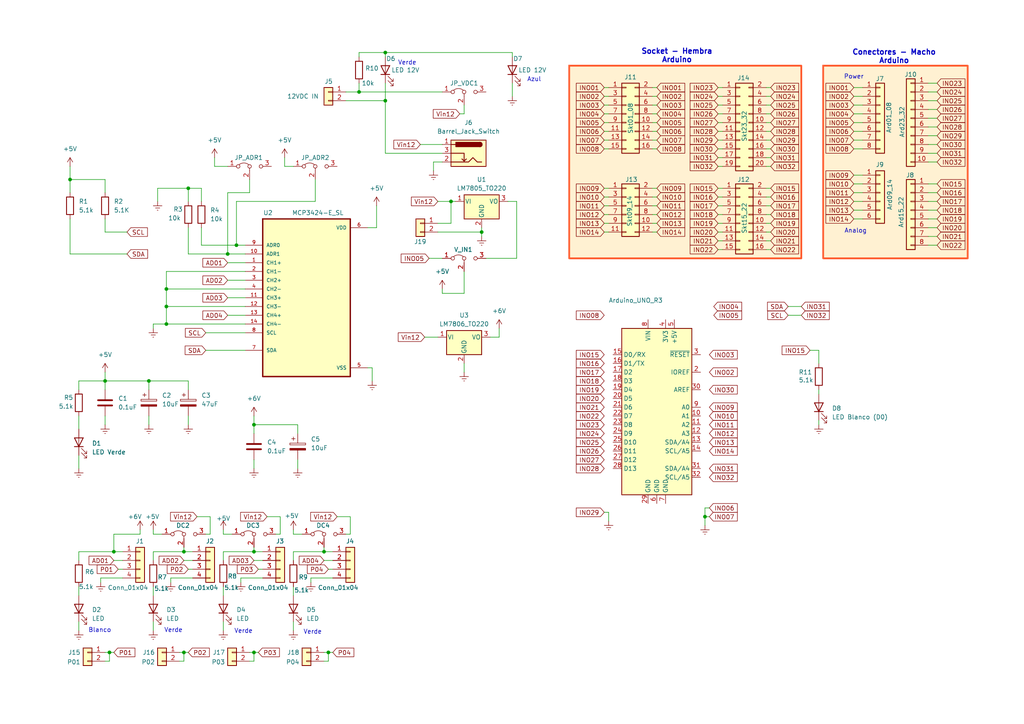
<source format=kicad_sch>
(kicad_sch (version 20230819) (generator eeschema)
  (paper "A4")
  (title_block (title "Expansión de entradas análogas - Arduiono Uno") (rev "01") (company "FHF"))
  (lib_symbols
    (symbol "Connector:Barrel_Jack_Switch" (pin_names hide)
      (property "Reference" "J" (at 0 5.334 0))
      (property "Value" "Barrel_Jack_Switch" (at 0 -5.08 0))
      (symbol "Barrel_Jack_Switch_1_1"
        (pin passive line (at 7.62 2.54 180) (length 2.54) (name "~") (number "1"))
        (pin passive line (at 7.62 -2.54 180) (length 2.54) (name "~") (number "2"))
        (pin passive line (at 7.62 0 180) (length 2.54) (name "~") (number "3"))
      )
    )
    (symbol "Connector_Generic:Conn_01x02" (pin_names (offset 1.016) hide)
      (property "Reference" "J" (at 0 2.54 0))
      (property "Value" "Conn_01x02" (at 0 -5.08 0))
      (symbol "Conn_01x02_1_1"
        (pin passive line (at -5.08 0 0) (length 3.81) (name "Pin_1") (number "1"))
        (pin passive line (at -5.08 -2.54 0) (length 3.81) (name "Pin_2") (number "2"))
      )
    )
    (symbol "Connector_Generic:Conn_01x04" (pin_names (offset 1.016) hide)
      (property "Reference" "J" (at 0 5.08 0))
      (property "Value" "Conn_01x04" (at 0 -7.62 0))
      (symbol "Conn_01x04_1_1"
        (pin passive line (at -5.08 2.54 0) (length 3.81) (name "Pin_1") (number "1"))
        (pin passive line (at -5.08 0 0) (length 3.81) (name "Pin_2") (number "2"))
        (pin passive line (at -5.08 -2.54 0) (length 3.81) (name "Pin_3") (number "3"))
        (pin passive line (at -5.08 -5.08 0) (length 3.81) (name "Pin_4") (number "4"))
      )
    )
    (symbol "Connector_Generic:Conn_01x06" (pin_names (offset 1.016) hide)
      (property "Reference" "J" (at 0 7.62 0))
      (property "Value" "Conn_01x06" (at 0 -10.16 0))
      (symbol "Conn_01x06_1_1"
        (pin passive line (at -5.08 5.08 0) (length 3.81) (name "Pin_1") (number "1"))
        (pin passive line (at -5.08 2.54 0) (length 3.81) (name "Pin_2") (number "2"))
        (pin passive line (at -5.08 0 0) (length 3.81) (name "Pin_3") (number "3"))
        (pin passive line (at -5.08 -2.54 0) (length 3.81) (name "Pin_4") (number "4"))
        (pin passive line (at -5.08 -5.08 0) (length 3.81) (name "Pin_5") (number "5"))
        (pin passive line (at -5.08 -7.62 0) (length 3.81) (name "Pin_6") (number "6"))
      )
    )
    (symbol "Connector_Generic:Conn_01x08" (pin_names (offset 1.016) hide)
      (property "Reference" "J" (at 0 10.16 0))
      (property "Value" "Conn_01x08" (at 0 -12.7 0))
      (symbol "Conn_01x08_1_1"
        (pin passive line (at -5.08 7.62 0) (length 3.81) (name "Pin_1") (number "1"))
        (pin passive line (at -5.08 5.08 0) (length 3.81) (name "Pin_2") (number "2"))
        (pin passive line (at -5.08 2.54 0) (length 3.81) (name "Pin_3") (number "3"))
        (pin passive line (at -5.08 0 0) (length 3.81) (name "Pin_4") (number "4"))
        (pin passive line (at -5.08 -2.54 0) (length 3.81) (name "Pin_5") (number "5"))
        (pin passive line (at -5.08 -5.08 0) (length 3.81) (name "Pin_6") (number "6"))
        (pin passive line (at -5.08 -7.62 0) (length 3.81) (name "Pin_7") (number "7"))
        (pin passive line (at -5.08 -10.16 0) (length 3.81) (name "Pin_8") (number "8"))
      )
    )
    (symbol "Connector_Generic:Conn_01x10" (pin_names (offset 1.016) hide)
      (property "Reference" "J" (at 0 12.7 0))
      (property "Value" "Conn_01x10" (at 0 -15.24 0))
      (symbol "Conn_01x10_1_1"
        (pin passive line (at -5.08 10.16 0) (length 3.81) (name "Pin_1") (number "1"))
        (pin passive line (at -5.08 -12.7 0) (length 3.81) (name "Pin_10") (number "10"))
        (pin passive line (at -5.08 7.62 0) (length 3.81) (name "Pin_2") (number "2"))
        (pin passive line (at -5.08 5.08 0) (length 3.81) (name "Pin_3") (number "3"))
        (pin passive line (at -5.08 2.54 0) (length 3.81) (name "Pin_4") (number "4"))
        (pin passive line (at -5.08 0 0) (length 3.81) (name "Pin_5") (number "5"))
        (pin passive line (at -5.08 -2.54 0) (length 3.81) (name "Pin_6") (number "6"))
        (pin passive line (at -5.08 -5.08 0) (length 3.81) (name "Pin_7") (number "7"))
        (pin passive line (at -5.08 -7.62 0) (length 3.81) (name "Pin_8") (number "8"))
        (pin passive line (at -5.08 -10.16 0) (length 3.81) (name "Pin_9") (number "9"))
      )
    )
    (symbol "Connector_Generic:Conn_02x06_Odd_Even" (pin_names (offset 1.016) hide)
      (property "Reference" "J" (at 1.27 7.62 0))
      (property "Value" "Conn_02x06_Odd_Even" (at 1.27 -10.16 0))
      (symbol "Conn_02x06_Odd_Even_1_1"
        (pin passive line (at -5.08 5.08 0) (length 3.81) (name "Pin_1") (number "1"))
        (pin passive line (at 7.62 -5.08 180) (length 3.81) (name "Pin_10") (number "10"))
        (pin passive line (at -5.08 -7.62 0) (length 3.81) (name "Pin_11") (number "11"))
        (pin passive line (at 7.62 -7.62 180) (length 3.81) (name "Pin_12") (number "12"))
        (pin passive line (at 7.62 5.08 180) (length 3.81) (name "Pin_2") (number "2"))
        (pin passive line (at -5.08 2.54 0) (length 3.81) (name "Pin_3") (number "3"))
        (pin passive line (at 7.62 2.54 180) (length 3.81) (name "Pin_4") (number "4"))
        (pin passive line (at -5.08 0 0) (length 3.81) (name "Pin_5") (number "5"))
        (pin passive line (at 7.62 0 180) (length 3.81) (name "Pin_6") (number "6"))
        (pin passive line (at -5.08 -2.54 0) (length 3.81) (name "Pin_7") (number "7"))
        (pin passive line (at 7.62 -2.54 180) (length 3.81) (name "Pin_8") (number "8"))
        (pin passive line (at -5.08 -5.08 0) (length 3.81) (name "Pin_9") (number "9"))
      )
    )
    (symbol "Connector_Generic:Conn_02x08_Odd_Even" (pin_names (offset 1.016) hide)
      (property "Reference" "J" (at 1.27 10.16 0))
      (property "Value" "Conn_02x08_Odd_Even" (at 1.27 -12.7 0))
      (symbol "Conn_02x08_Odd_Even_1_1"
        (pin passive line (at -5.08 7.62 0) (length 3.81) (name "Pin_1") (number "1"))
        (pin passive line (at 7.62 -2.54 180) (length 3.81) (name "Pin_10") (number "10"))
        (pin passive line (at -5.08 -5.08 0) (length 3.81) (name "Pin_11") (number "11"))
        (pin passive line (at 7.62 -5.08 180) (length 3.81) (name "Pin_12") (number "12"))
        (pin passive line (at -5.08 -7.62 0) (length 3.81) (name "Pin_13") (number "13"))
        (pin passive line (at 7.62 -7.62 180) (length 3.81) (name "Pin_14") (number "14"))
        (pin passive line (at -5.08 -10.16 0) (length 3.81) (name "Pin_15") (number "15"))
        (pin passive line (at 7.62 -10.16 180) (length 3.81) (name "Pin_16") (number "16"))
        (pin passive line (at 7.62 7.62 180) (length 3.81) (name "Pin_2") (number "2"))
        (pin passive line (at -5.08 5.08 0) (length 3.81) (name "Pin_3") (number "3"))
        (pin passive line (at 7.62 5.08 180) (length 3.81) (name "Pin_4") (number "4"))
        (pin passive line (at -5.08 2.54 0) (length 3.81) (name "Pin_5") (number "5"))
        (pin passive line (at 7.62 2.54 180) (length 3.81) (name "Pin_6") (number "6"))
        (pin passive line (at -5.08 0 0) (length 3.81) (name "Pin_7") (number "7"))
        (pin passive line (at 7.62 0 180) (length 3.81) (name "Pin_8") (number "8"))
        (pin passive line (at -5.08 -2.54 0) (length 3.81) (name "Pin_9") (number "9"))
      )
    )
    (symbol "Connector_Generic:Conn_02x10_Odd_Even" (pin_names (offset 1.016) hide)
      (property "Reference" "J" (at 1.27 12.7 0))
      (property "Value" "Conn_02x10_Odd_Even" (at 1.27 -15.24 0))
      (symbol "Conn_02x10_Odd_Even_1_1"
        (pin passive line (at -5.08 10.16 0) (length 3.81) (name "Pin_1") (number "1"))
        (pin passive line (at 7.62 0 180) (length 3.81) (name "Pin_10") (number "10"))
        (pin passive line (at -5.08 -2.54 0) (length 3.81) (name "Pin_11") (number "11"))
        (pin passive line (at 7.62 -2.54 180) (length 3.81) (name "Pin_12") (number "12"))
        (pin passive line (at -5.08 -5.08 0) (length 3.81) (name "Pin_13") (number "13"))
        (pin passive line (at 7.62 -5.08 180) (length 3.81) (name "Pin_14") (number "14"))
        (pin passive line (at -5.08 -7.62 0) (length 3.81) (name "Pin_15") (number "15"))
        (pin passive line (at 7.62 -7.62 180) (length 3.81) (name "Pin_16") (number "16"))
        (pin passive line (at -5.08 -10.16 0) (length 3.81) (name "Pin_17") (number "17"))
        (pin passive line (at 7.62 -10.16 180) (length 3.81) (name "Pin_18") (number "18"))
        (pin passive line (at -5.08 -12.7 0) (length 3.81) (name "Pin_19") (number "19"))
        (pin passive line (at 7.62 10.16 180) (length 3.81) (name "Pin_2") (number "2"))
        (pin passive line (at 7.62 -12.7 180) (length 3.81) (name "Pin_20") (number "20"))
        (pin passive line (at -5.08 7.62 0) (length 3.81) (name "Pin_3") (number "3"))
        (pin passive line (at 7.62 7.62 180) (length 3.81) (name "Pin_4") (number "4"))
        (pin passive line (at -5.08 5.08 0) (length 3.81) (name "Pin_5") (number "5"))
        (pin passive line (at 7.62 5.08 180) (length 3.81) (name "Pin_6") (number "6"))
        (pin passive line (at -5.08 2.54 0) (length 3.81) (name "Pin_7") (number "7"))
        (pin passive line (at 7.62 2.54 180) (length 3.81) (name "Pin_8") (number "8"))
        (pin passive line (at -5.08 0 0) (length 3.81) (name "Pin_9") (number "9"))
      )
    )
    (symbol "Device:C" (pin_numbers hide) (pin_names (offset 0.254))
      (property "Reference" "C" (at 0.635 2.54 0))
      (property "Value" "C" (at 0.635 -2.54 0))
      (symbol "C_1_1"
        (pin passive line (at 0 3.81 270) (length 2.794) (name "~") (number "1"))
        (pin passive line (at 0 -3.81 90) (length 2.794) (name "~") (number "2"))
      )
    )
    (symbol "Device:C_Polarized" (pin_numbers hide) (pin_names (offset 0.254))
      (property "Reference" "C" (at 0.635 2.54 0))
      (property "Value" "C_Polarized" (at 0.635 -2.54 0))
      (symbol "C_Polarized_1_1"
        (pin passive line (at 0 3.81 270) (length 2.794) (name "~") (number "1"))
        (pin passive line (at 0 -3.81 90) (length 2.794) (name "~") (number "2"))
      )
    )
    (symbol "Device:LED" (pin_numbers hide) (pin_names (offset 1.016) hide)
      (property "Reference" "D" (at 0 2.54 0))
      (property "Value" "LED" (at 0 -2.54 0))
      (symbol "LED_1_1"
        (pin passive line (at -3.81 0 0) (length 2.54) (name "K") (number "1"))
        (pin passive line (at 3.81 0 180) (length 2.54) (name "A") (number "2"))
      )
    )
    (symbol "Device:R" (pin_numbers hide) (pin_names (offset 0))
      (property "Reference" "R" (at 2.032 0 90))
      (property "Value" "R" (at 0 0 90))
      (symbol "R_1_1"
        (pin passive line (at 0 3.81 270) (length 1.27) (name "~") (number "1"))
        (pin passive line (at 0 -3.81 90) (length 1.27) (name "~") (number "2"))
      )
    )
    (symbol "Jumper:Jumper_3_Bridged12" (pin_names (offset 0) hide)
      (property "Reference" "JP" (at -2.54 -2.54 0))
      (property "Value" "Jumper_3_Bridged12" (at 0 2.794 0))
      (symbol "Jumper_3_Bridged12_1_1"
        (pin passive line (at -6.35 0 0) (length 2.54) (name "A") (number "1"))
        (pin passive line (at 0 -3.81 90) (length 2.54) (name "C") (number "2"))
        (pin passive line (at 6.35 0 180) (length 2.54) (name "B") (number "3"))
      )
    )
    (symbol "MCP3424-E_SL:MCP3424-E_SL" (pin_names (offset 1.016))
      (property "Reference" "U" (at -12.7 23.86 0))
      (property "Value" "MCP3424-E_SL" (at -12.7 -26.86 0))
      (symbol "MCP3424-E_SL_0_0"
        (pin input line (at -17.78 10.16 0) (length 5.08) (name "CH1+") (number "1"))
        (pin input line (at -17.78 12.7 0) (length 5.08) (name "ADR1") (number "10"))
        (pin input line (at -17.78 0 0) (length 5.08) (name "CH3+") (number "11"))
        (pin input line (at -17.78 -2.54 0) (length 5.08) (name "CH3-") (number "12"))
        (pin input line (at -17.78 -5.08 0) (length 5.08) (name "CH4+") (number "13"))
        (pin input line (at -17.78 -7.62 0) (length 5.08) (name "CH4-") (number "14"))
        (pin input line (at -17.78 7.62 0) (length 5.08) (name "CH1-") (number "2"))
        (pin input line (at -17.78 5.08 0) (length 5.08) (name "CH2+") (number "3"))
        (pin input line (at -17.78 2.54 0) (length 5.08) (name "CH2-") (number "4"))
        (pin power_in line (at 17.78 -20.32 180) (length 5.08) (name "VSS") (number "5"))
        (pin power_in line (at 17.78 20.32 180) (length 5.08) (name "VDD") (number "6"))
        (pin bidirectional line (at -17.78 -15.24 0) (length 5.08) (name "SDA") (number "7"))
        (pin input line (at -17.78 -10.16 0) (length 5.08) (name "SCL") (number "8"))
        (pin input line (at -17.78 15.24 0) (length 5.08) (name "ADR0") (number "9"))
      )
    )
    (symbol "MCU_Module:Arduino_UNO_R3"
      (property "Reference" "A" (at -10.16 23.495 0))
      (property "Value" "Arduino_UNO_R3" (at 5.08 -26.67 0))
      (symbol "Arduino_UNO_R3_1_1"
        (pin no_connect line (at -10.16 -20.32 0) (length 2.54) hide (name "NC") (number "1"))
        (pin bidirectional line (at 12.7 -2.54 180) (length 2.54) (name "A1") (number "10"))
        (pin bidirectional line (at 12.7 -5.08 180) (length 2.54) (name "A2") (number "11"))
        (pin bidirectional line (at 12.7 -7.62 180) (length 2.54) (name "A3") (number "12"))
        (pin bidirectional line (at 12.7 -10.16 180) (length 2.54) (name "SDA/A4") (number "13"))
        (pin bidirectional line (at 12.7 -12.7 180) (length 2.54) (name "SCL/A5") (number "14"))
        (pin bidirectional line (at -12.7 15.24 0) (length 2.54) (name "D0/RX") (number "15"))
        (pin bidirectional line (at -12.7 12.7 0) (length 2.54) (name "D1/TX") (number "16"))
        (pin bidirectional line (at -12.7 10.16 0) (length 2.54) (name "D2") (number "17"))
        (pin bidirectional line (at -12.7 7.62 0) (length 2.54) (name "D3") (number "18"))
        (pin bidirectional line (at -12.7 5.08 0) (length 2.54) (name "D4") (number "19"))
        (pin output line (at 12.7 10.16 180) (length 2.54) (name "IOREF") (number "2"))
        (pin bidirectional line (at -12.7 2.54 0) (length 2.54) (name "D5") (number "20"))
        (pin bidirectional line (at -12.7 0 0) (length 2.54) (name "D6") (number "21"))
        (pin bidirectional line (at -12.7 -2.54 0) (length 2.54) (name "D7") (number "22"))
        (pin bidirectional line (at -12.7 -5.08 0) (length 2.54) (name "D8") (number "23"))
        (pin bidirectional line (at -12.7 -7.62 0) (length 2.54) (name "D9") (number "24"))
        (pin bidirectional line (at -12.7 -10.16 0) (length 2.54) (name "D10") (number "25"))
        (pin bidirectional line (at -12.7 -12.7 0) (length 2.54) (name "D11") (number "26"))
        (pin bidirectional line (at -12.7 -15.24 0) (length 2.54) (name "D12") (number "27"))
        (pin bidirectional line (at -12.7 -17.78 0) (length 2.54) (name "D13") (number "28"))
        (pin power_in line (at -2.54 -27.94 90) (length 2.54) (name "GND") (number "29"))
        (pin input line (at 12.7 15.24 180) (length 2.54) (name "~{RESET}") (number "3"))
        (pin input line (at 12.7 5.08 180) (length 2.54) (name "AREF") (number "30"))
        (pin bidirectional line (at 12.7 -17.78 180) (length 2.54) (name "SDA/A4") (number "31"))
        (pin bidirectional line (at 12.7 -20.32 180) (length 2.54) (name "SCL/A5") (number "32"))
        (pin power_out line (at 2.54 25.4 270) (length 2.54) (name "3V3") (number "4"))
        (pin power_out line (at 5.08 25.4 270) (length 2.54) (name "+5V") (number "5"))
        (pin power_in line (at 0 -27.94 90) (length 2.54) (name "GND") (number "6"))
        (pin power_in line (at 2.54 -27.94 90) (length 2.54) (name "GND") (number "7"))
        (pin power_in line (at -2.54 25.4 270) (length 2.54) (name "VIN") (number "8"))
        (pin bidirectional line (at 12.7 0 180) (length 2.54) (name "A0") (number "9"))
      )
    )
    (symbol "Regulator_Linear:LM7805_TO220" (pin_names (offset 0.254))
      (property "Reference" "U" (at -3.81 3.175 0))
      (property "Value" "LM7805_TO220" (at 0 3.175 0))
      (symbol "LM7805_TO220_1_1"
        (pin power_in line (at -7.62 0 0) (length 2.54) (name "VI") (number "1"))
        (pin power_in line (at 0 -7.62 90) (length 2.54) (name "GND") (number "2"))
        (pin power_out line (at 7.62 0 180) (length 2.54) (name "VO") (number "3"))
      )
    )
    (symbol "Regulator_Linear:LM7806_TO220" (pin_names (offset 0.254))
      (property "Reference" "U" (at -3.81 3.175 0))
      (property "Value" "LM7806_TO220" (at 0 3.175 0))
      (symbol "LM7806_TO220_1_1"
        (pin power_in line (at -7.62 0 0) (length 2.54) (name "VI") (number "1"))
        (pin power_in line (at 0 -7.62 90) (length 2.54) (name "GND") (number "2"))
        (pin power_out line (at 7.62 0 180) (length 2.54) (name "VO") (number "3"))
      )
    )
    (symbol "power:+5V" (power) (pin_names (offset 0))
      (property "Value" "+5V" (at 0 3.556 0))
      (symbol "+5V_1_1"
        (pin power_in line (at 0 0 90) (length 0) hide (name "+5V") (number "1"))
      )
    )
    (symbol "power:+6V" (power) (pin_names (offset 0))
      (property "Value" "+6V" (at 0 3.556 0))
      (symbol "+6V_1_1"
        (pin power_in line (at 0 0 90) (length 0) hide (name "+6V") (number "1"))
      )
    )
    (symbol "power:Earth" (power) (pin_names (offset 0))
      (symbol "Earth_1_1"
        (pin power_in line (at 0 0 270) (length 0) hide (name "Earth") (number "1"))
      )
    )
  )
  (junction (at 130.81 58.42))
  (junction (at 73.66 189.23))
  (junction (at 111.76 15.24))
  (junction (at 30.48 110.49))
  (junction (at 43.18 110.49))
  (junction (at 104.14 26.67))
  (junction (at 48.26 88.9))
  (junction (at 93.98 160.02))
  (junction (at 33.02 160.02))
  (junction (at 53.34 189.23))
  (junction (at 73.66 160.02))
  (junction (at 73.66 123.19))
  (junction (at 111.76 29.21))
  (junction (at 66.04 73.66))
  (junction (at 53.34 160.02))
  (junction (at 48.26 83.82))
  (junction (at 48.26 93.98))
  (junction (at 95.25 189.23))
  (junction (at 54.61 54.61))
  (junction (at 20.32 52.07))
  (junction (at 68.58 71.12))
  (junction (at 139.7 67.31))
  (junction (at 204.47 149.86))
  (junction (at 31.75 189.23))
  (wire (pts (xy 208.28 27.94) (xy 209.55 27.94)))
  (wire (pts (xy 128.27 46.99) (xy 125.73 46.99)))
  (wire (pts (xy 204.47 147.32) (xy 204.47 149.86)))
  (wire (pts (xy 71.12 73.66) (xy 66.04 73.66)))
  (wire (pts (xy 64.77 160.02) (xy 73.66 160.02)))
  (wire (pts (xy 48.26 78.74) (xy 48.26 83.82)))
  (wire (pts (xy 269.24 68.58) (xy 271.78 68.58)))
  (wire (pts (xy 30.48 55.88) (xy 30.48 52.07)))
  (wire (pts (xy 43.18 113.03) (xy 43.18 110.49)))
  (wire (pts (xy 43.18 120.65) (xy 43.18 123.19)))
  (wire (pts (xy 73.66 123.19) (xy 73.66 125.73)))
  (wire (pts (xy 208.28 72.39) (xy 209.55 72.39)))
  (wire (pts (xy 175.26 35.56) (xy 176.53 35.56)))
  (wire (pts (xy 54.61 54.61) (xy 58.42 54.61)))
  (wire (pts (xy 90.17 167.64) (xy 90.17 168.91)))
  (wire (pts (xy 208.28 40.64) (xy 209.55 40.64)))
  (wire (pts (xy 269.24 58.42) (xy 271.78 58.42)))
  (wire (pts (xy 48.26 88.9) (xy 48.26 93.98)))
  (wire (pts (xy 52.07 189.23) (xy 53.34 189.23)))
  (wire (pts (xy 82.55 45.72) (xy 82.55 48.26)))
  (wire (pts (xy 125.73 46.99) (xy 125.73 49.53)))
  (wire (pts (xy 85.09 180.34) (xy 85.09 182.88)))
  (wire (pts (xy 189.23 40.64) (xy 190.5 40.64)))
  (wire (pts (xy 67.31 154.94) (xy 64.77 154.94)))
  (wire (pts (xy 189.23 25.4) (xy 190.5 25.4)))
  (wire (pts (xy 247.65 55.88) (xy 250.19 55.88)))
  (wire (pts (xy 175.26 54.61) (xy 176.53 54.61)))
  (wire (pts (xy 189.23 62.23) (xy 190.5 62.23)))
  (wire (pts (xy 30.48 110.49) (xy 30.48 113.03)))
  (wire (pts (xy 234.95 101.6) (xy 237.49 101.6)))
  (wire (pts (xy 54.61 73.66) (xy 54.61 66.04)))
  (wire (pts (xy 71.12 93.98) (xy 48.26 93.98)))
  (wire (pts (xy 222.25 38.1) (xy 223.52 38.1)))
  (wire (pts (xy 189.23 57.15) (xy 190.5 57.15)))
  (wire (pts (xy 22.86 132.08) (xy 22.86 135.89)))
  (wire (pts (xy 33.02 154.94) (xy 33.02 160.02)))
  (wire (pts (xy 247.65 63.5) (xy 250.19 63.5)))
  (wire (pts (xy 20.32 48.26) (xy 20.32 52.07)))
  (wire (pts (xy 64.77 154.94) (xy 64.77 153.67)))
  (wire (pts (xy 189.23 67.31) (xy 190.5 67.31)))
  (wire (pts (xy 208.28 67.31) (xy 209.55 67.31)))
  (wire (pts (xy 66.04 73.66) (xy 54.61 73.66)))
  (wire (pts (xy 43.18 110.49) (xy 30.48 110.49)))
  (wire (pts (xy 86.36 125.73) (xy 86.36 123.19)))
  (wire (pts (xy 208.28 43.18) (xy 209.55 43.18)))
  (wire (pts (xy 57.15 149.86) (xy 60.96 149.86)))
  (wire (pts (xy 269.24 71.12) (xy 271.78 71.12)))
  (wire (pts (xy 22.86 180.34) (xy 22.86 182.88)))
  (wire (pts (xy 148.59 16.51) (xy 148.59 15.24)))
  (wire (pts (xy 175.26 33.02) (xy 176.53 33.02)))
  (wire (pts (xy 93.98 191.77) (xy 95.25 191.77)))
  (wire (pts (xy 20.32 73.66) (xy 36.83 73.66)))
  (wire (pts (xy 59.69 101.6) (xy 71.12 101.6)))
  (wire (pts (xy 222.25 25.4) (xy 223.52 25.4)))
  (wire (pts (xy 53.34 160.02) (xy 55.88 160.02)))
  (wire (pts (xy 175.26 67.31) (xy 176.53 67.31)))
  (wire (pts (xy 64.77 162.56) (xy 64.77 160.02)))
  (wire (pts (xy 208.28 59.69) (xy 209.55 59.69)))
  (wire (pts (xy 93.98 158.75) (xy 93.98 160.02)))
  (wire (pts (xy 269.24 55.88) (xy 271.78 55.88)))
  (wire (pts (xy 100.33 29.21) (xy 111.76 29.21)))
  (wire (pts (xy 59.69 96.52) (xy 71.12 96.52)))
  (wire (pts (xy 189.23 33.02) (xy 190.5 33.02)))
  (wire (pts (xy 247.65 53.34) (xy 250.19 53.34)))
  (wire (pts (xy 69.85 167.64) (xy 69.85 168.91)))
  (wire (pts (xy 30.48 107.95) (xy 30.48 110.49)))
  (wire (pts (xy 73.66 133.35) (xy 73.66 135.89)))
  (wire (pts (xy 44.45 93.98) (xy 44.45 95.25)))
  (wire (pts (xy 66.04 76.2) (xy 71.12 76.2)))
  (wire (pts (xy 68.58 58.42) (xy 68.58 71.12)))
  (wire (pts (xy 204.47 149.86) (xy 205.74 149.86)))
  (wire (pts (xy 222.25 33.02) (xy 223.52 33.02)))
  (wire (pts (xy 43.18 110.49) (xy 54.61 110.49)))
  (wire (pts (xy 53.34 158.75) (xy 53.34 160.02)))
  (wire (pts (xy 48.26 83.82) (xy 48.26 88.9)))
  (wire (pts (xy 36.83 67.31) (xy 30.48 67.31)))
  (wire (pts (xy 48.26 88.9) (xy 71.12 88.9)))
  (wire (pts (xy 95.25 165.1) (xy 96.52 165.1)))
  (wire (pts (xy 269.24 26.67) (xy 271.78 26.67)))
  (wire (pts (xy 95.25 191.77) (xy 95.25 189.23)))
  (wire (pts (xy 97.79 149.86) (xy 101.6 149.86)))
  (wire (pts (xy 134.62 105.41) (xy 134.62 107.95)))
  (wire (pts (xy 247.65 30.48) (xy 250.19 30.48)))
  (wire (pts (xy 149.86 74.93) (xy 149.86 58.42)))
  (wire (pts (xy 237.49 101.6) (xy 237.49 105.41)))
  (wire (pts (xy 148.59 24.13) (xy 148.59 27.94)))
  (wire (pts (xy 106.68 66.04) (xy 109.22 66.04)))
  (wire (pts (xy 144.78 97.79) (xy 144.78 95.25)))
  (wire (pts (xy 76.2 167.64) (xy 69.85 167.64)))
  (wire (pts (xy 269.24 36.83) (xy 271.78 36.83)))
  (wire (pts (xy 107.95 106.68) (xy 107.95 110.49)))
  (wire (pts (xy 127 67.31) (xy 139.7 67.31)))
  (wire (pts (xy 68.58 71.12) (xy 71.12 71.12)))
  (wire (pts (xy 222.25 48.26) (xy 223.52 48.26)))
  (wire (pts (xy 134.62 33.02) (xy 134.62 30.48)))
  (wire (pts (xy 127 64.77) (xy 130.81 64.77)))
  (wire (pts (xy 269.24 34.29) (xy 271.78 34.29)))
  (wire (pts (xy 111.76 15.24) (xy 111.76 16.51)))
  (wire (pts (xy 60.96 149.86) (xy 60.96 154.94)))
  (wire (pts (xy 148.59 15.24) (xy 111.76 15.24)))
  (wire (pts (xy 85.09 170.18) (xy 85.09 172.72)))
  (wire (pts (xy 93.98 162.56) (xy 96.52 162.56)))
  (wire (pts (xy 128.27 85.09) (xy 128.27 83.82)))
  (wire (pts (xy 208.28 38.1) (xy 209.55 38.1)))
  (wire (pts (xy 189.23 27.94) (xy 190.5 27.94)))
  (wire (pts (xy 93.98 160.02) (xy 96.52 160.02)))
  (wire (pts (xy 222.25 64.77) (xy 223.52 64.77)))
  (wire (pts (xy 269.24 41.91) (xy 271.78 41.91)))
  (wire (pts (xy 208.28 33.02) (xy 209.55 33.02)))
  (wire (pts (xy 76.2 160.02) (xy 73.66 160.02)))
  (wire (pts (xy 31.75 189.23) (xy 33.02 189.23)))
  (wire (pts (xy 222.25 72.39) (xy 223.52 72.39)))
  (wire (pts (xy 237.49 113.03) (xy 237.49 114.3)))
  (wire (pts (xy 175.26 40.64) (xy 176.53 40.64)))
  (wire (pts (xy 175.26 59.69) (xy 176.53 59.69)))
  (wire (pts (xy 228.6 91.44) (xy 232.41 91.44)))
  (wire (pts (xy 269.24 29.21) (xy 271.78 29.21)))
  (wire (pts (xy 228.6 88.9) (xy 232.41 88.9)))
  (wire (pts (xy 222.25 59.69) (xy 223.52 59.69)))
  (wire (pts (xy 72.39 55.88) (xy 66.04 55.88)))
  (wire (pts (xy 55.88 167.64) (xy 49.53 167.64)))
  (wire (pts (xy 73.66 120.65) (xy 73.66 123.19)))
  (wire (pts (xy 208.28 62.23) (xy 209.55 62.23)))
  (wire (pts (xy 247.65 27.94) (xy 250.19 27.94)))
  (wire (pts (xy 222.25 40.64) (xy 223.52 40.64)))
  (wire (pts (xy 123.19 97.79) (xy 127 97.79)))
  (wire (pts (xy 149.86 58.42) (xy 147.32 58.42)))
  (wire (pts (xy 48.26 93.98) (xy 44.45 93.98)))
  (wire (pts (xy 175.26 38.1) (xy 176.53 38.1)))
  (wire (pts (xy 189.23 64.77) (xy 190.5 64.77)))
  (wire (pts (xy 30.48 189.23) (xy 31.75 189.23)))
  (wire (pts (xy 139.7 66.04) (xy 139.7 67.31)))
  (wire (pts (xy 189.23 38.1) (xy 190.5 38.1)))
  (wire (pts (xy 130.81 58.42) (xy 130.81 64.77)))
  (wire (pts (xy 247.65 38.1) (xy 250.19 38.1)))
  (wire (pts (xy 31.75 191.77) (xy 31.75 189.23)))
  (wire (pts (xy 81.28 149.86) (xy 81.28 154.94)))
  (wire (pts (xy 54.61 113.03) (xy 54.61 110.49)))
  (wire (pts (xy 139.7 67.31) (xy 139.7 68.58)))
  (wire (pts (xy 269.24 66.04) (xy 271.78 66.04)))
  (wire (pts (xy 204.47 149.86) (xy 204.47 152.4)))
  (wire (pts (xy 175.26 148.59) (xy 176.53 148.59)))
  (wire (pts (xy 62.23 45.72) (xy 62.23 48.26)))
  (wire (pts (xy 134.62 85.09) (xy 128.27 85.09)))
  (wire (pts (xy 208.28 45.72) (xy 209.55 45.72)))
  (wire (pts (xy 134.62 78.74) (xy 134.62 85.09)))
  (wire (pts (xy 121.92 41.91) (xy 128.27 41.91)))
  (wire (pts (xy 62.23 48.26) (xy 66.04 48.26)))
  (wire (pts (xy 58.42 71.12) (xy 68.58 71.12)))
  (wire (pts (xy 54.61 165.1) (xy 55.88 165.1)))
  (wire (pts (xy 222.25 69.85) (xy 223.52 69.85)))
  (wire (pts (xy 247.65 58.42) (xy 250.19 58.42)))
  (wire (pts (xy 208.28 57.15) (xy 209.55 57.15)))
  (wire (pts (xy 189.23 35.56) (xy 190.5 35.56)))
  (wire (pts (xy 30.48 52.07) (xy 20.32 52.07)))
  (wire (pts (xy 44.45 160.02) (xy 53.34 160.02)))
  (wire (pts (xy 71.12 78.74) (xy 48.26 78.74)))
  (wire (pts (xy 175.26 43.18) (xy 176.53 43.18)))
  (wire (pts (xy 247.65 50.8) (xy 250.19 50.8)))
  (wire (pts (xy 175.26 30.48) (xy 176.53 30.48)))
  (wire (pts (xy 77.47 149.86) (xy 81.28 149.86)))
  (wire (pts (xy 208.28 25.4) (xy 209.55 25.4)))
  (wire (pts (xy 106.68 106.68) (xy 107.95 106.68)))
  (wire (pts (xy 247.65 35.56) (xy 250.19 35.56)))
  (wire (pts (xy 247.65 43.18) (xy 250.19 43.18)))
  (wire (pts (xy 247.65 60.96) (xy 250.19 60.96)))
  (wire (pts (xy 66.04 55.88) (xy 66.04 73.66)))
  (wire (pts (xy 222.25 62.23) (xy 223.52 62.23)))
  (wire (pts (xy 104.14 15.24) (xy 111.76 15.24)))
  (wire (pts (xy 104.14 16.51) (xy 104.14 15.24)))
  (wire (pts (xy 247.65 40.64) (xy 250.19 40.64)))
  (wire (pts (xy 73.66 189.23) (xy 74.93 189.23)))
  (wire (pts (xy 20.32 52.07) (xy 20.32 55.88)))
  (wire (pts (xy 208.28 64.77) (xy 209.55 64.77)))
  (wire (pts (xy 64.77 170.18) (xy 64.77 172.72)))
  (wire (pts (xy 35.56 167.64) (xy 29.21 167.64)))
  (wire (pts (xy 81.28 154.94) (xy 80.01 154.94)))
  (wire (pts (xy 189.23 54.61) (xy 190.5 54.61)))
  (wire (pts (xy 22.86 110.49) (xy 30.48 110.49)))
  (wire (pts (xy 73.66 160.02) (xy 73.66 158.75)))
  (wire (pts (xy 48.26 83.82) (xy 71.12 83.82)))
  (wire (pts (xy 269.24 46.99) (xy 271.78 46.99)))
  (wire (pts (xy 222.25 43.18) (xy 223.52 43.18)))
  (wire (pts (xy 33.02 162.56) (xy 35.56 162.56)))
  (wire (pts (xy 45.72 54.61) (xy 54.61 54.61)))
  (wire (pts (xy 91.44 58.42) (xy 68.58 58.42)))
  (wire (pts (xy 127 58.42) (xy 130.81 58.42)))
  (wire (pts (xy 54.61 54.61) (xy 54.61 58.42)))
  (wire (pts (xy 222.25 45.72) (xy 223.52 45.72)))
  (wire (pts (xy 222.25 57.15) (xy 223.52 57.15)))
  (wire (pts (xy 60.96 154.94) (xy 59.69 154.94)))
  (wire (pts (xy 104.14 26.67) (xy 128.27 26.67)))
  (wire (pts (xy 29.21 167.64) (xy 29.21 168.91)))
  (wire (pts (xy 269.24 39.37) (xy 271.78 39.37)))
  (wire (pts (xy 208.28 35.56) (xy 209.55 35.56)))
  (wire (pts (xy 82.55 48.26) (xy 85.09 48.26)))
  (wire (pts (xy 30.48 67.31) (xy 30.48 63.5)))
  (wire (pts (xy 130.81 58.42) (xy 132.08 58.42)))
  (wire (pts (xy 66.04 86.36) (xy 71.12 86.36)))
  (wire (pts (xy 269.24 60.96) (xy 271.78 60.96)))
  (wire (pts (xy 95.25 189.23) (xy 96.52 189.23)))
  (wire (pts (xy 101.6 154.94) (xy 100.33 154.94)))
  (wire (pts (xy 101.6 149.86) (xy 101.6 154.94)))
  (wire (pts (xy 73.66 162.56) (xy 76.2 162.56)))
  (wire (pts (xy 247.65 33.02) (xy 250.19 33.02)))
  (wire (pts (xy 237.49 121.92) (xy 237.49 123.19)))
  (wire (pts (xy 52.07 191.77) (xy 53.34 191.77)))
  (wire (pts (xy 22.86 160.02) (xy 33.02 160.02)))
  (wire (pts (xy 175.26 57.15) (xy 176.53 57.15)))
  (wire (pts (xy 20.32 63.5) (xy 20.32 73.66)))
  (wire (pts (xy 124.46 74.93) (xy 128.27 74.93)))
  (wire (pts (xy 222.25 67.31) (xy 223.52 67.31)))
  (wire (pts (xy 58.42 66.04) (xy 58.42 71.12)))
  (wire (pts (xy 189.23 43.18) (xy 190.5 43.18)))
  (wire (pts (xy 44.45 162.56) (xy 44.45 160.02)))
  (wire (pts (xy 175.26 27.94) (xy 176.53 27.94)))
  (wire (pts (xy 175.26 25.4) (xy 176.53 25.4)))
  (wire (pts (xy 142.24 97.79) (xy 144.78 97.79)))
  (wire (pts (xy 269.24 44.45) (xy 271.78 44.45)))
  (wire (pts (xy 85.09 162.56) (xy 85.09 160.02)))
  (wire (pts (xy 111.76 29.21) (xy 111.76 44.45)))
  (wire (pts (xy 111.76 44.45) (xy 128.27 44.45)))
  (wire (pts (xy 208.28 69.85) (xy 209.55 69.85)))
  (wire (pts (xy 189.23 59.69) (xy 190.5 59.69)))
  (wire (pts (xy 189.23 30.48) (xy 190.5 30.48)))
  (wire (pts (xy 222.25 54.61) (xy 223.52 54.61)))
  (wire (pts (xy 208.28 54.61) (xy 209.55 54.61)))
  (wire (pts (xy 64.77 180.34) (xy 64.77 182.88)))
  (wire (pts (xy 34.29 165.1) (xy 35.56 165.1)))
  (wire (pts (xy 22.86 162.56) (xy 22.86 160.02)))
  (wire (pts (xy 74.93 165.1) (xy 76.2 165.1)))
  (wire (pts (xy 72.39 52.07) (xy 72.39 55.88)))
  (wire (pts (xy 140.97 74.93) (xy 149.86 74.93)))
  (wire (pts (xy 208.28 48.26) (xy 209.55 48.26)))
  (wire (pts (xy 222.25 27.94) (xy 223.52 27.94)))
  (wire (pts (xy 269.24 31.75) (xy 271.78 31.75)))
  (wire (pts (xy 104.14 24.13) (xy 104.14 26.67)))
  (wire (pts (xy 86.36 133.35) (xy 86.36 135.89)))
  (wire (pts (xy 269.24 24.13) (xy 271.78 24.13)))
  (wire (pts (xy 30.48 120.65) (xy 30.48 123.19)))
  (wire (pts (xy 109.22 66.04) (xy 109.22 59.69)))
  (wire (pts (xy 96.52 167.64) (xy 90.17 167.64)))
  (wire (pts (xy 72.39 189.23) (xy 73.66 189.23)))
  (wire (pts (xy 73.66 191.77) (xy 73.66 189.23)))
  (wire (pts (xy 205.74 147.32) (xy 204.47 147.32)))
  (wire (pts (xy 40.64 153.67) (xy 40.64 154.94)))
  (wire (pts (xy 269.24 63.5) (xy 271.78 63.5)))
  (wire (pts (xy 44.45 170.18) (xy 44.45 172.72)))
  (wire (pts (xy 49.53 167.64) (xy 49.53 168.91)))
  (wire (pts (xy 44.45 154.94) (xy 44.45 153.67)))
  (wire (pts (xy 22.86 120.65) (xy 22.86 124.46)))
  (wire (pts (xy 58.42 54.61) (xy 58.42 58.42)))
  (wire (pts (xy 175.26 62.23) (xy 176.53 62.23)))
  (wire (pts (xy 87.63 154.94) (xy 85.09 154.94)))
  (wire (pts (xy 269.24 53.34) (xy 271.78 53.34)))
  (wire (pts (xy 33.02 154.94) (xy 40.64 154.94)))
  (wire (pts (xy 33.02 160.02) (xy 35.56 160.02)))
  (wire (pts (xy 73.66 123.19) (xy 86.36 123.19)))
  (wire (pts (xy 66.04 81.28) (xy 71.12 81.28)))
  (wire (pts (xy 93.98 189.23) (xy 95.25 189.23)))
  (wire (pts (xy 133.35 33.02) (xy 134.62 33.02)))
  (wire (pts (xy 111.76 24.13) (xy 111.76 29.21)))
  (wire (pts (xy 30.48 191.77) (xy 31.75 191.77)))
  (wire (pts (xy 44.45 180.34) (xy 44.45 182.88)))
  (wire (pts (xy 100.33 26.67) (xy 104.14 26.67)))
  (wire (pts (xy 208.28 30.48) (xy 209.55 30.48)))
  (wire (pts (xy 53.34 162.56) (xy 55.88 162.56)))
  (wire (pts (xy 176.53 148.59) (xy 176.53 151.13)))
  (wire (pts (xy 53.34 189.23) (xy 54.61 189.23)))
  (wire (pts (xy 45.72 58.42) (xy 45.72 54.61)))
  (wire (pts (xy 85.09 154.94) (xy 85.09 153.67)))
  (wire (pts (xy 72.39 191.77) (xy 73.66 191.77)))
  (wire (pts (xy 22.86 170.18) (xy 22.86 172.72)))
  (wire (pts (xy 247.65 25.4) (xy 250.19 25.4)))
  (wire (pts (xy 222.25 35.56) (xy 223.52 35.56)))
  (wire (pts (xy 53.34 191.77) (xy 53.34 189.23)))
  (wire (pts (xy 66.04 91.44) (xy 71.12 91.44)))
  (wire (pts (xy 46.99 154.94) (xy 44.45 154.94)))
  (wire (pts (xy 22.86 113.03) (xy 22.86 110.49)))
  (wire (pts (xy 54.61 120.65) (xy 54.61 123.19)))
  (wire (pts (xy 175.26 64.77) (xy 176.53 64.77)))
  (wire (pts (xy 222.25 30.48) (xy 223.52 30.48)))
  (wire (pts (xy 85.09 160.02) (xy 93.98 160.02)))
  (wire (pts (xy 91.44 52.07) (xy 91.44 58.42)))
  (rectangle (start 238.76 19.05) (end 280.67 74.93) (stroke (width 0.508) (color 255 86 40 1)) (fill (type color) (color 255 241 210 1)))
  (rectangle (start 165.1 19.05) (end 232.41 74.93) (stroke (width 0.508) (color 255 86 40 1)) (fill (type color) (color 255 241 210 1)))
  (text "Analog" (at 248.158 67.056 0) (effects (font (size 1.27 1.27))))
  (text "Verde" (at 90.678 183.388 0) (effects (font (size 1.27 1.27))))
  (text "Verde" (at 50.292 182.88 0) (effects (font (size 1.27 1.27))))
  (text "Blanco" (at 28.956 182.88 0) (effects (font (size 1.27 1.27))))
  (text "Azul" (at 154.94 23.114 0) (effects (font (size 1.27 1.27))))
  (text "Verde" (at 118.11 18.288 0) (effects (font (size 1.27 1.27))))
  (text "Power" (at 247.65 22.352 0) (effects (font (size 1.27 1.27))))
  (text "Socket - Hembra\nArduino" (at 196.342 16.256 0) (effects (font (size 1.524 1.524) (thickness 0.3048) bold)))
  (text "Verde" (at 70.612 183.134 0) (effects (font (size 1.27 1.27))))
  (text "Conectores - Macho\nArduino" (at 259.334 16.51 0) (effects (font (size 1.524 1.524) (thickness 0.3048) bold)))
  (global_label "INO09" (shape input) (at 205.74 118.11 0) (property "Intersheetrefs" "${INTERSHEET_REFS}" (effects hide)))
  (global_label "INO30" (shape input) (at 205.74 113.03 0) (property "Intersheetrefs" "${INTERSHEET_REFS}" (effects hide)))
  (global_label "INO04" (shape input) (at 175.26 33.02 180) (property "Intersheetrefs" "${INTERSHEET_REFS}" (effects hide)))
  (global_label "SDA" (shape input) (at 36.83 73.66 0) (property "Intersheetrefs" "${INTERSHEET_REFS}" (effects hide)))
  (global_label "INO07" (shape input) (at 247.65 40.64 180) (property "Intersheetrefs" "${INTERSHEET_REFS}" (effects hide)))
  (global_label "INO02" (shape input) (at 205.74 107.95 0) (property "Intersheetrefs" "${INTERSHEET_REFS}" (effects hide)))
  (global_label "INO32" (shape input) (at 232.41 91.44 0) (property "Intersheetrefs" "${INTERSHEET_REFS}" (effects hide)))
  (global_label "INO23" (shape input) (at 223.52 25.4 0) (property "Intersheetrefs" "${INTERSHEET_REFS}" (effects hide)))
  (global_label "INO28" (shape input) (at 271.78 36.83 0) (property "Intersheetrefs" "${INTERSHEET_REFS}" (effects hide)))
  (global_label "INO12" (shape input) (at 190.5 62.23 0) (property "Intersheetrefs" "${INTERSHEET_REFS}" (effects hide)))
  (global_label "INO01" (shape input) (at 175.26 25.4 180) (property "Intersheetrefs" "${INTERSHEET_REFS}" (effects hide)))
  (global_label "INO14" (shape input) (at 190.5 67.31 0) (property "Intersheetrefs" "${INTERSHEET_REFS}" (effects hide)))
  (global_label "INO26" (shape input) (at 271.78 31.75 0) (property "Intersheetrefs" "${INTERSHEET_REFS}" (effects hide)))
  (global_label "INO11" (shape input) (at 205.74 123.19 0) (property "Intersheetrefs" "${INTERSHEET_REFS}" (effects hide)))
  (global_label "INO29" (shape input) (at 208.28 40.64 180) (property "Intersheetrefs" "${INTERSHEET_REFS}" (effects hide)))
  (global_label "INO17" (shape input) (at 223.52 59.69 0) (property "Intersheetrefs" "${INTERSHEET_REFS}" (effects hide)))
  (global_label "Vin12" (shape input) (at 123.19 97.79 180) (property "Intersheetrefs" "${INTERSHEET_REFS}" (effects hide)))
  (global_label "INO16" (shape input) (at 271.78 55.88 0) (property "Intersheetrefs" "${INTERSHEET_REFS}" (effects hide)))
  (global_label "INO29" (shape input) (at 223.52 40.64 0) (property "Intersheetrefs" "${INTERSHEET_REFS}" (effects hide)))
  (global_label "INO13" (shape input) (at 247.65 60.96 180) (property "Intersheetrefs" "${INTERSHEET_REFS}" (effects hide)))
  (global_label "INO22" (shape input) (at 223.52 72.39 0) (property "Intersheetrefs" "${INTERSHEET_REFS}" (effects hide)))
  (global_label "P01" (shape input) (at 33.02 189.23 0) (property "Intersheetrefs" "${INTERSHEET_REFS}" (effects hide)))
  (global_label "P01" (shape input) (at 34.29 165.1 180) (property "Intersheetrefs" "${INTERSHEET_REFS}" (effects hide)))
  (global_label "INO19" (shape input) (at 175.26 113.03 180) (property "Intersheetrefs" "${INTERSHEET_REFS}" (effects hide)))
  (global_label "INO23" (shape input) (at 271.78 24.13 0) (property "Intersheetrefs" "${INTERSHEET_REFS}" (effects hide)))
  (global_label "INO06" (shape input) (at 175.26 38.1 180) (property "Intersheetrefs" "${INTERSHEET_REFS}" (effects hide)))
  (global_label "INO07" (shape input) (at 205.74 149.86 0) (property "Intersheetrefs" "${INTERSHEET_REFS}" (effects hide)))
  (global_label "INO30" (shape input) (at 208.28 43.18 180) (property "Intersheetrefs" "${INTERSHEET_REFS}" (effects hide)))
  (global_label "INO14" (shape input) (at 205.74 130.81 0) (property "Intersheetrefs" "${INTERSHEET_REFS}" (effects hide)))
  (global_label "INO21" (shape input) (at 175.26 118.11 180) (property "Intersheetrefs" "${INTERSHEET_REFS}" (effects hide)))
  (global_label "INO10" (shape input) (at 190.5 57.15 0) (property "Intersheetrefs" "${INTERSHEET_REFS}" (effects hide)))
  (global_label "INO31" (shape input) (at 205.74 135.89 0) (property "Intersheetrefs" "${INTERSHEET_REFS}" (effects hide)))
  (global_label "INO22" (shape input) (at 175.26 120.65 180) (property "Intersheetrefs" "${INTERSHEET_REFS}" (effects hide)))
  (global_label "INO11" (shape input) (at 247.65 55.88 180) (property "Intersheetrefs" "${INTERSHEET_REFS}" (effects hide)))
  (global_label "INO04" (shape input) (at 247.65 33.02 180) (property "Intersheetrefs" "${INTERSHEET_REFS}" (effects hide)))
  (global_label "Vin12" (shape input) (at 57.15 149.86 180) (property "Intersheetrefs" "${INTERSHEET_REFS}" (effects hide)))
  (global_label "INO13" (shape input) (at 205.74 128.27 0) (property "Intersheetrefs" "${INTERSHEET_REFS}" (effects hide)))
  (global_label "INO02" (shape input) (at 247.65 27.94 180) (property "Intersheetrefs" "${INTERSHEET_REFS}" (effects hide)))
  (global_label "INO23" (shape input) (at 208.28 25.4 180) (property "Intersheetrefs" "${INTERSHEET_REFS}" (effects hide)))
  (global_label "INO23" (shape input) (at 175.26 123.19 180) (property "Intersheetrefs" "${INTERSHEET_REFS}" (effects hide)))
  (global_label "INO08" (shape input) (at 175.26 91.44 180) (property "Intersheetrefs" "${INTERSHEET_REFS}" (effects hide)))
  (global_label "INO11" (shape input) (at 190.5 59.69 0) (property "Intersheetrefs" "${INTERSHEET_REFS}" (effects hide)))
  (global_label "INO09" (shape input) (at 247.65 50.8 180) (property "Intersheetrefs" "${INTERSHEET_REFS}" (effects hide)))
  (global_label "Vin12" (shape input) (at 133.35 33.02 180) (property "Intersheetrefs" "${INTERSHEET_REFS}" (effects hide)))
  (global_label "INO09" (shape input) (at 190.5 54.61 0) (property "Intersheetrefs" "${INTERSHEET_REFS}" (effects hide)))
  (global_label "INO03" (shape input) (at 175.26 30.48 180) (property "Intersheetrefs" "${INTERSHEET_REFS}" (effects hide)))
  (global_label "INO28" (shape input) (at 208.28 38.1 180) (property "Intersheetrefs" "${INTERSHEET_REFS}" (effects hide)))
  (global_label "INO17" (shape input) (at 175.26 107.95 180) (property "Intersheetrefs" "${INTERSHEET_REFS}" (effects hide)))
  (global_label "INO27" (shape input) (at 175.26 133.35 180) (property "Intersheetrefs" "${INTERSHEET_REFS}" (effects hide)))
  (global_label "INO29" (shape input) (at 271.78 39.37 0) (property "Intersheetrefs" "${INTERSHEET_REFS}" (effects hide)))
  (global_label "INO03" (shape input) (at 247.65 30.48 180) (property "Intersheetrefs" "${INTERSHEET_REFS}" (effects hide)))
  (global_label "SDA" (shape input) (at 59.69 101.6 180) (property "Intersheetrefs" "${INTERSHEET_REFS}" (effects hide)))
  (global_label "INO14" (shape input) (at 175.26 67.31 180) (property "Intersheetrefs" "${INTERSHEET_REFS}" (effects hide)))
  (global_label "INO13" (shape input) (at 190.5 64.77 0) (property "Intersheetrefs" "${INTERSHEET_REFS}" (effects hide)))
  (global_label "INO31" (shape input) (at 271.78 44.45 0) (property "Intersheetrefs" "${INTERSHEET_REFS}" (effects hide)))
  (global_label "INO24" (shape input) (at 208.28 27.94 180) (property "Intersheetrefs" "${INTERSHEET_REFS}" (effects hide)))
  (global_label "INO32" (shape input) (at 205.74 138.43 0) (property "Intersheetrefs" "${INTERSHEET_REFS}" (effects hide)))
  (global_label "INO27" (shape input) (at 208.28 35.56 180) (property "Intersheetrefs" "${INTERSHEET_REFS}" (effects hide)))
  (global_label "AD04" (shape input) (at 93.98 162.56 180) (property "Intersheetrefs" "${INTERSHEET_REFS}" (effects hide)))
  (global_label "INO02" (shape input) (at 175.26 27.94 180) (property "Intersheetrefs" "${INTERSHEET_REFS}" (effects hide)))
  (global_label "INO18" (shape input) (at 175.26 110.49 180) (property "Intersheetrefs" "${INTERSHEET_REFS}" (effects hide)))
  (global_label "INO02" (shape input) (at 190.5 27.94 0) (property "Intersheetrefs" "${INTERSHEET_REFS}" (effects hide)))
  (global_label "INO25" (shape input) (at 175.26 128.27 180) (property "Intersheetrefs" "${INTERSHEET_REFS}" (effects hide)))
  (global_label "INO21" (shape input) (at 271.78 68.58 0) (property "Intersheetrefs" "${INTERSHEET_REFS}" (effects hide)))
  (global_label "INO06" (shape input) (at 205.74 147.32 0) (property "Intersheetrefs" "${INTERSHEET_REFS}" (effects hide)))
  (global_label "Vin12" (shape input) (at 121.92 41.91 180) (property "Intersheetrefs" "${INTERSHEET_REFS}" (effects hide)))
  (global_label "SCL" (shape input) (at 228.6 91.44 180) (property "Intersheetrefs" "${INTERSHEET_REFS}" (effects hide)))
  (global_label "INO18" (shape input) (at 271.78 60.96 0) (property "Intersheetrefs" "${INTERSHEET_REFS}" (effects hide)))
  (global_label "INO32" (shape input) (at 223.52 48.26 0) (property "Intersheetrefs" "${INTERSHEET_REFS}" (effects hide)))
  (global_label "INO06" (shape input) (at 190.5 38.1 0) (property "Intersheetrefs" "${INTERSHEET_REFS}" (effects hide)))
  (global_label "INO20" (shape input) (at 175.26 115.57 180) (property "Intersheetrefs" "${INTERSHEET_REFS}" (effects hide)))
  (global_label "INO32" (shape input) (at 271.78 46.99 0) (property "Intersheetrefs" "${INTERSHEET_REFS}" (effects hide)))
  (global_label "INO05" (shape input) (at 175.26 35.56 180) (property "Intersheetrefs" "${INTERSHEET_REFS}" (effects hide)))
  (global_label "AD02" (shape input) (at 66.04 81.28 180) (property "Intersheetrefs" "${INTERSHEET_REFS}" (effects hide)))
  (global_label "INO18" (shape input) (at 208.28 62.23 180) (property "Intersheetrefs" "${INTERSHEET_REFS}" (effects hide)))
  (global_label "INO11" (shape input) (at 175.26 59.69 180) (property "Intersheetrefs" "${INTERSHEET_REFS}" (effects hide)))
  (global_label "INO08" (shape input) (at 247.65 43.18 180) (property "Intersheetrefs" "${INTERSHEET_REFS}" (effects hide)))
  (global_label "INO07" (shape input) (at 175.26 40.64 180) (property "Intersheetrefs" "${INTERSHEET_REFS}" (effects hide)))
  (global_label "INO24" (shape input) (at 223.52 27.94 0) (property "Intersheetrefs" "${INTERSHEET_REFS}" (effects hide)))
  (global_label "INO17" (shape input) (at 271.78 58.42 0) (property "Intersheetrefs" "${INTERSHEET_REFS}" (effects hide)))
  (global_label "INO04" (shape input) (at 190.5 33.02 0) (property "Intersheetrefs" "${INTERSHEET_REFS}" (effects hide)))
  (global_label "INO09" (shape input) (at 175.26 54.61 180) (property "Intersheetrefs" "${INTERSHEET_REFS}" (effects hide)))
  (global_label "INO08" (shape input) (at 175.26 43.18 180) (property "Intersheetrefs" "${INTERSHEET_REFS}" (effects hide)))
  (global_label "INO21" (shape input) (at 208.28 69.85 180) (property "Intersheetrefs" "${INTERSHEET_REFS}" (effects hide)))
  (global_label "INO20" (shape input) (at 271.78 66.04 0) (property "Intersheetrefs" "${INTERSHEET_REFS}" (effects hide)))
  (global_label "P04" (shape input) (at 95.25 165.1 180) (property "Intersheetrefs" "${INTERSHEET_REFS}" (effects hide)))
  (global_label "INO15" (shape input) (at 175.26 102.87 180) (property "Intersheetrefs" "${INTERSHEET_REFS}" (effects hide)))
  (global_label "INO28" (shape input) (at 175.26 135.89 180) (property "Intersheetrefs" "${INTERSHEET_REFS}" (effects hide)))
  (global_label "INO16" (shape input) (at 208.28 57.15 180) (property "Intersheetrefs" "${INTERSHEET_REFS}" (effects hide)))
  (global_label "INO27" (shape input) (at 223.52 35.56 0) (property "Intersheetrefs" "${INTERSHEET_REFS}" (effects hide)))
  (global_label "INO06" (shape input) (at 247.65 38.1 180) (property "Intersheetrefs" "${INTERSHEET_REFS}" (effects hide)))
  (global_label "AD04" (shape input) (at 66.04 91.44 180) (property "Intersheetrefs" "${INTERSHEET_REFS}" (effects hide)))
  (global_label "INO05" (shape input) (at 207.01 91.44 0) (property "Intersheetrefs" "${INTERSHEET_REFS}" (effects hide)))
  (global_label "INO04" (shape input) (at 207.01 88.9 0) (property "Intersheetrefs" "${INTERSHEET_REFS}" (effects hide)))
  (global_label "INO15" (shape input) (at 208.28 54.61 180) (property "Intersheetrefs" "${INTERSHEET_REFS}" (effects hide)))
  (global_label "INO29" (shape input) (at 175.26 148.59 180) (property "Intersheetrefs" "${INTERSHEET_REFS}" (effects hide)))
  (global_label "INO20" (shape input) (at 208.28 67.31 180) (property "Intersheetrefs" "${INTERSHEET_REFS}" (effects hide)))
  (global_label "Vin12" (shape input) (at 127 58.42 180) (property "Intersheetrefs" "${INTERSHEET_REFS}" (effects hide)))
  (global_label "INO18" (shape input) (at 223.52 62.23 0) (property "Intersheetrefs" "${INTERSHEET_REFS}" (effects hide)))
  (global_label "INO27" (shape input) (at 271.78 34.29 0) (property "Intersheetrefs" "${INTERSHEET_REFS}" (effects hide)))
  (global_label "Vin12" (shape input) (at 97.79 149.86 180) (property "Intersheetrefs" "${INTERSHEET_REFS}" (effects hide)))
  (global_label "INO24" (shape input) (at 271.78 26.67 0) (property "Intersheetrefs" "${INTERSHEET_REFS}" (effects hide)))
  (global_label "P04" (shape input) (at 96.52 189.23 0) (property "Intersheetrefs" "${INTERSHEET_REFS}" (effects hide)))
  (global_label "AD03" (shape input) (at 73.66 162.56 180) (property "Intersheetrefs" "${INTERSHEET_REFS}" (effects hide)))
  (global_label "INO16" (shape input) (at 175.26 105.41 180) (property "Intersheetrefs" "${INTERSHEET_REFS}" (effects hide)))
  (global_label "INO26" (shape input) (at 175.26 130.81 180) (property "Intersheetrefs" "${INTERSHEET_REFS}" (effects hide)))
  (global_label "AD02" (shape input) (at 53.34 162.56 180) (property "Intersheetrefs" "${INTERSHEET_REFS}" (effects hide)))
  (global_label "INO15" (shape input) (at 234.95 101.6 180) (property "Intersheetrefs" "${INTERSHEET_REFS}" (effects hide)))
  (global_label "SCL" (shape input) (at 59.69 96.52 180) (property "Intersheetrefs" "${INTERSHEET_REFS}" (effects hide)))
  (global_label "AD01" (shape input) (at 33.02 162.56 180) (property "Intersheetrefs" "${INTERSHEET_REFS}" (effects hide)))
  (global_label "INO19" (shape input) (at 208.28 64.77 180) (property "Intersheetrefs" "${INTERSHEET_REFS}" (effects hide)))
  (global_label "INO32" (shape input) (at 208.28 48.26 180) (property "Intersheetrefs" "${INTERSHEET_REFS}" (effects hide)))
  (global_label "INO30" (shape input) (at 223.52 43.18 0) (property "Intersheetrefs" "${INTERSHEET_REFS}" (effects hide)))
  (global_label "INO01" (shape input) (at 247.65 25.4 180) (property "Intersheetrefs" "${INTERSHEET_REFS}" (effects hide)))
  (global_label "INO12" (shape input) (at 205.74 125.73 0) (property "Intersheetrefs" "${INTERSHEET_REFS}" (effects hide)))
  (global_label "INO20" (shape input) (at 223.52 67.31 0) (property "Intersheetrefs" "${INTERSHEET_REFS}" (effects hide)))
  (global_label "INO13" (shape input) (at 175.26 64.77 180) (property "Intersheetrefs" "${INTERSHEET_REFS}" (effects hide)))
  (global_label "INO07" (shape input) (at 190.5 40.64 0) (property "Intersheetrefs" "${INTERSHEET_REFS}" (effects hide)))
  (global_label "INO25" (shape input) (at 271.78 29.21 0) (property "Intersheetrefs" "${INTERSHEET_REFS}" (effects hide)))
  (global_label "INO15" (shape input) (at 223.52 54.61 0) (property "Intersheetrefs" "${INTERSHEET_REFS}" (effects hide)))
  (global_label "INO31" (shape input) (at 232.41 88.9 0) (property "Intersheetrefs" "${INTERSHEET_REFS}" (effects hide)))
  (global_label "INO14" (shape input) (at 247.65 63.5 180) (property "Intersheetrefs" "${INTERSHEET_REFS}" (effects hide)))
  (global_label "INO01" (shape input) (at 190.5 25.4 0) (property "Intersheetrefs" "${INTERSHEET_REFS}" (effects hide)))
  (global_label "INO12" (shape input) (at 175.26 62.23 180) (property "Intersheetrefs" "${INTERSHEET_REFS}" (effects hide)))
  (global_label "AD01" (shape input) (at 66.04 76.2 180) (property "Intersheetrefs" "${INTERSHEET_REFS}" (effects hide)))
  (global_label "INO24" (shape input) (at 175.26 125.73 180) (property "Intersheetrefs" "${INTERSHEET_REFS}" (effects hide)))
  (global_label "INO25" (shape input) (at 208.28 30.48 180) (property "Intersheetrefs" "${INTERSHEET_REFS}" (effects hide)))
  (global_label "INO31" (shape input) (at 208.28 45.72 180) (property "Intersheetrefs" "${INTERSHEET_REFS}" (effects hide)))
  (global_label "SDA" (shape input) (at 228.6 88.9 180) (property "Intersheetrefs" "${INTERSHEET_REFS}" (effects hide)))
  (global_label "INO21" (shape input) (at 223.52 69.85 0) (property "Intersheetrefs" "${INTERSHEET_REFS}" (effects hide)))
  (global_label "INO26" (shape input) (at 223.52 33.02 0) (property "Intersheetrefs" "${INTERSHEET_REFS}" (effects hide)))
  (global_label "INO05" (shape input) (at 247.65 35.56 180) (property "Intersheetrefs" "${INTERSHEET_REFS}" (effects hide)))
  (global_label "INO22" (shape input) (at 208.28 72.39 180) (property "Intersheetrefs" "${INTERSHEET_REFS}" (effects hide)))
  (global_label "INO10" (shape input) (at 175.26 57.15 180) (property "Intersheetrefs" "${INTERSHEET_REFS}" (effects hide)))
  (global_label "INO19" (shape input) (at 271.78 63.5 0) (property "Intersheetrefs" "${INTERSHEET_REFS}" (effects hide)))
  (global_label "INO19" (shape input) (at 223.52 64.77 0) (property "Intersheetrefs" "${INTERSHEET_REFS}" (effects hide)))
  (global_label "INO03" (shape input) (at 205.74 102.87 0) (property "Intersheetrefs" "${INTERSHEET_REFS}" (effects hide)))
  (global_label "AD03" (shape input) (at 66.04 86.36 180) (property "Intersheetrefs" "${INTERSHEET_REFS}" (effects hide)))
  (global_label "INO10" (shape input) (at 205.74 120.65 0) (property "Intersheetrefs" "${INTERSHEET_REFS}" (effects hide)))
  (global_label "INO28" (shape input) (at 223.52 38.1 0) (property "Intersheetrefs" "${INTERSHEET_REFS}" (effects hide)))
  (global_label "SCL" (shape input) (at 36.83 67.31 0) (property "Intersheetrefs" "${INTERSHEET_REFS}" (effects hide)))
  (global_label "INO22" (shape input) (at 271.78 71.12 0) (property "Intersheetrefs" "${INTERSHEET_REFS}" (effects hide)))
  (global_label "INO25" (shape input) (at 223.52 30.48 0) (property "Intersheetrefs" "${INTERSHEET_REFS}" (effects hide)))
  (global_label "INO10" (shape input) (at 247.65 53.34 180) (property "Intersheetrefs" "${INTERSHEET_REFS}" (effects hide)))
  (global_label "INO30" (shape input) (at 271.78 41.91 0) (property "Intersheetrefs" "${INTERSHEET_REFS}" (effects hide)))
  (global_label "INO31" (shape input) (at 223.52 45.72 0) (property "Intersheetrefs" "${INTERSHEET_REFS}" (effects hide)))
  (global_label "INO15" (shape input) (at 271.78 53.34 0) (property "Intersheetrefs" "${INTERSHEET_REFS}" (effects hide)))
  (global_label "INO05" (shape input) (at 190.5 35.56 0) (property "Intersheetrefs" "${INTERSHEET_REFS}" (effects hide)))
  (global_label "P03" (shape input) (at 74.93 165.1 180) (property "Intersheetrefs" "${INTERSHEET_REFS}" (effects hide)))
  (global_label "INO03" (shape input) (at 190.5 30.48 0) (property "Intersheetrefs" "${INTERSHEET_REFS}" (effects hide)))
  (global_label "INO05" (shape input) (at 124.46 74.93 180) (property "Intersheetrefs" "${INTERSHEET_REFS}" (effects hide)))
  (global_label "P03" (shape input) (at 74.93 189.23 0) (property "Intersheetrefs" "${INTERSHEET_REFS}" (effects hide)))
  (global_label "INO17" (shape input) (at 208.28 59.69 180) (property "Intersheetrefs" "${INTERSHEET_REFS}" (effects hide)))
  (global_label "INO08" (shape input) (at 190.5 43.18 0) (property "Intersheetrefs" "${INTERSHEET_REFS}" (effects hide)))
  (global_label "P02" (shape input) (at 54.61 189.23 0) (property "Intersheetrefs" "${INTERSHEET_REFS}" (effects hide)))
  (global_label "Vin12" (shape input) (at 77.47 149.86 180) (property "Intersheetrefs" "${INTERSHEET_REFS}" (effects hide)))
  (global_label "INO26" (shape input) (at 208.28 33.02 180) (property "Intersheetrefs" "${INTERSHEET_REFS}" (effects hide)))
  (global_label "P02" (shape input) (at 54.61 165.1 180) (property "Intersheetrefs" "${INTERSHEET_REFS}" (effects hide)))
  (global_label "INO16" (shape input) (at 223.52 57.15 0) (property "Intersheetrefs" "${INTERSHEET_REFS}" (effects hide)))
  (global_label "INO12" (shape input) (at 247.65 58.42 180) (property "Intersheetrefs" "${INTERSHEET_REFS}" (effects hide)))
  (symbol (lib_id "Connector_Generic:Conn_01x02") (at 67.31 189.23 0) (mirror y) (unit 1)
    (property "Reference" "J17" (at 65.278 189.23 0) (effects (justify left)))
    (property "Value" "P03" (at 65.278 192.024 0) (effects (justify left)))
    (property "Footprint" "Connector_PinSocket_2.54mm:PinSocket_1x02_P2.54mm_Vertical" (effects hide))
    (property "Description" "Generic connector, single row, 01x02, script generated (kicad-library-utils/schlib/autogen/connector/)" (effects hide))
  )
  (symbol (lib_id "power:+5V") (at 20.32 48.26 0) (unit 1)
    (property "Reference" "#PWR011" (effects hide))
    (property "Value" "+5V" (at 20.32 43.18 0))
    (property "Description" "Power symbol creates a global label with name \"+5V\"" (effects hide))
  )
  (symbol (lib_id "Device:LED") (at 22.86 176.53 90) (unit 1)
    (property "Reference" "D2" (at 26.67 176.8474 90) (effects (justify right)))
    (property "Value" "LED" (at 26.67 179.3874 90) (effects (justify right)))
    (property "Footprint" "LED_SMD:LED_0603_1608Metric_Pad1.05x0.95mm_HandSolder" (effects hide))
    (property "Description" "Light emitting diode" (effects hide))
  )
  (symbol (lib_id "power:Earth") (at 125.73 49.53 0) (unit 1)
    (property "Reference" "#PWR012" (effects hide))
    (property "Value" "Earth" (effects hide))
    (property "Description" "Power symbol creates a global label with name \"Earth\"" (effects hide))
  )
  (symbol (lib_id "Jumper:Jumper_3_Bridged12") (at 134.62 26.67 0) (unit 1)
    (property "Reference" "JP_VDC1" (at 134.62 24.13 0))
    (property "Value" "Jumper_3_Bridged12" (effects hide))
    (property "Footprint" "Connector_PinHeader_2.54mm:PinHeader_1x03_P2.54mm_Vertical" (effects hide))
  )
  (symbol (lib_id "Device:R") (at 54.61 62.23 0) (unit 1)
    (property "Reference" "R3" (at 50.292 60.706 0) (effects (justify left)))
    (property "Value" "10k" (at 48.768 63.246 0) (effects (justify left)))
    (property "Footprint" "Resistor_SMD:R_1206_3216Metric" (effects hide))
  )
  (symbol (lib_id "power:Earth") (at 44.45 95.25 0) (unit 1)
    (property "Reference" "#PWR017" (effects hide))
    (property "Value" "Earth" (effects hide))
    (property "Description" "Power symbol creates a global label with name \"Earth\"" (effects hide))
  )
  (symbol (lib_id "Connector_Generic:Conn_01x02") (at 88.9 189.23 0) (mirror y) (unit 1)
    (property "Reference" "J18" (at 86.868 189.23 0) (effects (justify left)))
    (property "Value" "P04" (at 86.868 192.024 0) (effects (justify left)))
    (property "Footprint" "Connector_PinSocket_2.54mm:PinSocket_1x02_P2.54mm_Vertical" (effects hide))
    (property "Description" "Generic connector, single row, 01x02, script generated (kicad-library-utils/schlib/autogen/connector/)" (effects hide))
  )
  (symbol (lib_id "Device:LED") (at 85.09 176.53 90) (unit 1)
    (property "Reference" "D5" (at 88.9 176.8474 90) (effects (justify right)))
    (property "Value" "LED" (at 88.9 179.3874 90) (effects (justify right)))
    (property "Footprint" "LED_SMD:LED_0603_1608Metric_Pad1.05x0.95mm_HandSolder" (effects hide))
    (property "Description" "Light emitting diode" (effects hide))
  )
  (symbol (lib_id "Connector_Generic:Conn_01x04") (at 101.6 162.56 0) (unit 1)
    (property "Reference" "J4" (at 100.33 156.972 0) (effects (justify left)))
    (property "Value" "Conn_01x04" (at 92.202 170.434 0) (effects (justify left)))
    (property "Footprint" "Connector_Molex:Molex_KK-254_AE-6410-04A_1x04_P2.54mm_Vertical" (effects hide))
    (property "Description" "Generic connector, single row, 01x04, script generated (kicad-library-utils/schlib/autogen/connector/)" (effects hide))
  )
  (symbol (lib_id "power:Earth") (at 148.59 27.94 0) (unit 1)
    (property "Reference" "#PWR027" (effects hide))
    (property "Value" "Earth" (effects hide))
    (property "Description" "Power symbol creates a global label with name \"Earth\"" (effects hide))
  )
  (symbol (lib_id "power:Earth") (at 64.77 182.88 0) (unit 1)
    (property "Reference" "#PWR025" (effects hide))
    (property "Value" "Earth" (effects hide))
    (property "Description" "Power symbol creates a global label with name \"Earth\"" (effects hide))
  )
  (symbol (lib_id "Connector_Generic:Conn_02x10_Odd_Even") (at 214.63 35.56 0) (unit 1)
    (property "Reference" "J14" (at 215.646 22.606 0))
    (property "Value" "Skt23_32" (at 215.9 36.576 90))
    (property "Footprint" "Connector_PinSocket_2.54mm:PinSocket_2x10_P2.54mm_Vertical" (effects hide))
    (property "Description" "Generic connector, double row, 02x10, odd/even pin numbering scheme (row 1 odd numbers, row 2 even numbers), script generated (kicad-library-utils/schlib/autogen/connector/)" (effects hide))
  )
  (symbol (lib_id "Device:R") (at 20.32 59.69 0) (unit 1)
    (property "Reference" "R1" (at 22.86 58.4199 0) (effects (justify left)))
    (property "Value" "5.1k" (at 22.86 60.9599 0) (effects (justify left)))
    (property "Footprint" "Resistor_SMD:R_1206_3216Metric" (effects hide))
  )
  (symbol (lib_id "Device:LED") (at 148.59 20.32 90) (unit 1)
    (property "Reference" "D7" (at 148.844 17.018 90) (effects (justify right)))
    (property "Value" "LED 12V" (at 150.368 20.32 90) (effects (justify right)))
    (property "Footprint" "LED_SMD:LED_0603_1608Metric_Pad1.05x0.95mm_HandSolder" (effects hide))
    (property "Description" "Light emitting diode" (effects hide))
  )
  (symbol (lib_id "Jumper:Jumper_3_Bridged12") (at 72.39 48.26 0) (unit 1)
    (property "Reference" "JP_ADR1" (at 72.136 45.72 0))
    (property "Value" "Jumper_3_Bridged12" (effects hide))
    (property "Footprint" "Connector_PinHeader_2.54mm:PinHeader_1x03_P2.54mm_Vertical" (effects hide))
  )
  (symbol (lib_id "Device:R") (at 30.48 59.69 0) (unit 1)
    (property "Reference" "R2" (at 33.02 58.4199 0) (effects (justify left)))
    (property "Value" "5.1K" (at 33.02 60.9599 0) (effects (justify left)))
    (property "Footprint" "Resistor_SMD:R_1206_3216Metric" (effects hide))
  )
  (symbol (lib_id "Device:LED") (at 237.49 118.11 90) (unit 1)
    (property "Reference" "D8" (at 241.3 118.4274 90) (effects (justify right)))
    (property "Value" "LED Blanco (D0)" (at 241.3 120.9674 90) (effects (justify right)))
    (property "Footprint" "LED_SMD:LED_0603_1608Metric_Pad1.05x0.95mm_HandSolder" (effects hide))
    (property "Description" "Light emitting diode" (effects hide))
  )
  (symbol (lib_id "power:+5V") (at 30.48 107.95 0) (unit 1)
    (property "Reference" "#PWR018" (effects hide))
    (property "Value" "+5V" (at 30.48 102.87 0))
    (property "Description" "Power symbol creates a global label with name \"+5V\"" (effects hide))
  )
  (symbol (lib_id "Device:C_Polarized") (at 54.61 116.84 0) (unit 1)
    (property "Reference" "C3" (at 58.42 114.6809 0) (effects (justify left)))
    (property "Value" "47uF" (at 58.42 117.2209 0) (effects (justify left)))
    (property "Footprint" "Capacitor_SMD:CP_Elec_6.3x5.9" (effects hide))
    (property "Description" "Polarized capacitor" (effects hide))
  )
  (symbol (lib_id "Device:R") (at 104.14 20.32 0) (unit 1)
    (property "Reference" "R10" (at 105.918 19.812 0) (effects (justify left)))
    (property "Value" "10k" (at 104.902 24.13 0) (effects (justify left)))
    (property "Footprint" "Resistor_SMD:R_1206_3216Metric" (effects hide))
  )
  (symbol (lib_id "power:Earth") (at 204.47 152.4 0) (unit 1)
    (property "Reference" "#PWR029" (effects hide))
    (property "Value" "Earth" (effects hide))
    (property "Description" "Power symbol creates a global label with name \"Earth\"" (effects hide))
  )
  (symbol (lib_id "Jumper:Jumper_3_Bridged12") (at 93.98 154.94 0) (unit 1)
    (property "Reference" "DC4" (at 93.726 152.4 0))
    (property "Value" "Jumper_3_Bridged12" (effects hide))
    (property "Footprint" "Connector_PinHeader_2.54mm:PinHeader_1x03_P2.54mm_Vertical" (effects hide))
  )
  (symbol (lib_id "power:+5V") (at 85.09 153.67 0) (unit 1)
    (property "Reference" "#PWR04" (effects hide))
    (property "Value" "+5V" (at 84.582 149.606 0))
    (property "Description" "Power symbol creates a global label with name \"+5V\"" (effects hide))
  )
  (symbol (lib_id "Device:LED") (at 111.76 20.32 90) (unit 1)
    (property "Reference" "D6" (at 112.014 17.018 90) (effects (justify right)))
    (property "Value" "LED 12V" (at 113.538 20.32 90) (effects (justify right)))
    (property "Footprint" "LED_SMD:LED_0603_1608Metric_Pad1.05x0.95mm_HandSolder" (effects hide))
    (property "Description" "Light emitting diode" (effects hide))
  )
  (symbol (lib_id "Device:R") (at 22.86 166.37 0) (unit 1)
    (property "Reference" "R6" (at 24.638 165.862 0) (effects (justify left)))
    (property "Value" "5.1k" (at 22.86 170.18 0) (effects (justify left)))
    (property "Footprint" "Resistor_SMD:R_1206_3216Metric" (effects hide))
  )
  (symbol (lib_id "power:Earth") (at 44.45 182.88 0) (unit 1)
    (property "Reference" "#PWR024" (effects hide))
    (property "Value" "Earth" (effects hide))
    (property "Description" "Power symbol creates a global label with name \"Earth\"" (effects hide))
  )
  (symbol (lib_id "Jumper:Jumper_3_Bridged12") (at 134.62 74.93 0) (unit 1)
    (property "Reference" "V_IN1" (at 134.366 72.39 0))
    (property "Value" "Jumper_3_Bridged12" (effects hide))
    (property "Footprint" "Connector_PinHeader_2.54mm:PinHeader_1x03_P2.54mm_Vertical" (effects hide))
  )
  (symbol (lib_id "Connector:Barrel_Jack_Switch") (at 135.89 44.45 0) (mirror y) (unit 1)
    (property "Reference" "J6" (at 135.89 35.56 0))
    (property "Value" "Barrel_Jack_Switch" (at 135.89 38.1 0))
    (property "Footprint" "Connector_BarrelJack:BarrelJack_Horizontal" (effects hide))
  )
  (symbol (lib_id "power:Earth") (at 134.62 107.95 0) (unit 1)
    (property "Reference" "#PWR032" (effects hide))
    (property "Value" "Earth" (effects hide))
    (property "Description" "Power symbol creates a global label with name \"Earth\"" (effects hide))
  )
  (symbol (lib_id "Connector_Generic:Conn_01x02") (at 121.92 64.77 0) (mirror y) (unit 1)
    (property "Reference" "J19" (at 123.698 70.104 0) (effects (justify left)))
    (property "Value" "12VDC IN" (effects hide))
    (property "Footprint" "Connector_PinSocket_2.54mm:PinSocket_1x02_P2.54mm_Vertical" (effects hide))
    (property "Description" "Generic connector, single row, 01x02, script generated (kicad-library-utils/schlib/autogen/connector/)" (effects hide))
  )
  (symbol (lib_id "Connector_Generic:Conn_01x04") (at 60.96 162.56 0) (unit 1)
    (property "Reference" "J2" (at 59.69 156.972 0) (effects (justify left)))
    (property "Value" "Conn_01x04" (at 51.562 170.434 0) (effects (justify left)))
    (property "Footprint" "Connector_Molex:Molex_KK-254_AE-6410-04A_1x04_P2.54mm_Vertical" (effects hide))
    (property "Description" "Generic connector, single row, 01x04, script generated (kicad-library-utils/schlib/autogen/connector/)" (effects hide))
  )
  (symbol (lib_id "power:Earth") (at 49.53 168.91 0) (unit 1)
    (property "Reference" "#PWR06" (effects hide))
    (property "Value" "Earth" (effects hide))
    (property "Description" "Power symbol creates a global label with name \"Earth\"" (effects hide))
  )
  (symbol (lib_id "power:+6V") (at 73.66 120.65 0) (unit 1)
    (property "Reference" "#PWR036" (effects hide))
    (property "Value" "+6V" (at 73.66 115.57 0))
    (property "Description" "Power symbol creates a global label with name \"+6V\"" (effects hide))
  )
  (symbol (lib_id "Device:R") (at 237.49 109.22 0) (unit 1)
    (property "Reference" "R11" (at 231.648 107.95 0) (effects (justify left)))
    (property "Value" "5.1k" (at 231.648 110.236 0) (effects (justify left)))
    (property "Footprint" "Resistor_SMD:R_1206_3216Metric" (effects hide))
  )
  (symbol (lib_id "power:+5V") (at 109.22 59.69 0) (unit 1)
    (property "Reference" "#PWR015" (effects hide))
    (property "Value" "+5V" (at 109.22 54.61 0))
    (property "Description" "Power symbol creates a global label with name \"+5V\"" (effects hide))
  )
  (symbol (lib_id "power:Earth") (at 139.7 68.58 0) (unit 1)
    (property "Reference" "#PWR016" (effects hide))
    (property "Value" "Earth" (effects hide))
    (property "Description" "Power symbol creates a global label with name \"Earth\"" (effects hide))
  )
  (symbol (lib_id "Connector_Generic:Conn_02x08_Odd_Even") (at 214.63 62.23 0) (unit 1)
    (property "Reference" "J12" (at 215.646 52.07 0))
    (property "Value" "Skt15_22" (at 215.9 63.246 90))
    (property "Footprint" "Connector_PinSocket_2.54mm:PinSocket_2x08_P2.54mm_Vertical" (effects hide))
    (property "Description" "Generic connector, double row, 02x08, odd/even pin numbering scheme (row 1 odd numbers, row 2 even numbers), script generated (kicad-library-utils/schlib/autogen/connector/)" (effects hide))
  )
  (symbol (lib_id "Connector_Generic:Conn_02x08_Odd_Even") (at 181.61 33.02 0) (unit 1)
    (property "Reference" "J11" (at 182.88 22.352 0))
    (property "Value" "Skt01_08" (at 182.88 34.29 90))
    (property "Footprint" "Connector_PinSocket_2.54mm:PinSocket_2x08_P2.54mm_Vertical" (effects hide))
    (property "Description" "Generic connector, double row, 02x08, odd/even pin numbering scheme (row 1 odd numbers, row 2 even numbers), script generated (kicad-library-utils/schlib/autogen/connector/)" (effects hide))
  )
  (symbol (lib_id "power:+5V") (at 44.45 153.67 0) (unit 1)
    (property "Reference" "#PWR02" (effects hide))
    (property "Value" "+5V" (at 44.196 149.86 0))
    (property "Description" "Power symbol creates a global label with name \"+5V\"" (effects hide))
  )
  (symbol (lib_id "power:Earth") (at 43.18 123.19 0) (unit 1)
    (property "Reference" "#PWR021" (effects hide))
    (property "Value" "Earth" (effects hide))
    (property "Description" "Power symbol creates a global label with name \"Earth\"" (effects hide))
  )
  (symbol (lib_id "Connector_Generic:Conn_01x02") (at 46.99 189.23 0) (mirror y) (unit 1)
    (property "Reference" "J16" (at 44.958 189.23 0) (effects (justify left)))
    (property "Value" "P02" (at 44.958 192.024 0) (effects (justify left)))
    (property "Footprint" "Connector_PinSocket_2.54mm:PinSocket_1x02_P2.54mm_Vertical" (effects hide))
    (property "Description" "Generic connector, single row, 01x02, script generated (kicad-library-utils/schlib/autogen/connector/)" (effects hide))
  )
  (symbol (lib_id "power:Earth") (at 30.48 123.19 0) (unit 1)
    (property "Reference" "#PWR020" (effects hide))
    (property "Value" "Earth" (effects hide))
    (property "Description" "Power symbol creates a global label with name \"Earth\"" (effects hide))
  )
  (symbol (lib_id "power:Earth") (at 90.17 168.91 0) (unit 1)
    (property "Reference" "#PWR08" (effects hide))
    (property "Value" "Earth" (effects hide))
    (property "Description" "Power symbol creates a global label with name \"Earth\"" (effects hide))
  )
  (symbol (lib_id "power:Earth") (at 85.09 182.88 0) (unit 1)
    (property "Reference" "#PWR026" (effects hide))
    (property "Value" "Earth" (effects hide))
    (property "Description" "Power symbol creates a global label with name \"Earth\"" (effects hide))
  )
  (symbol (lib_id "Connector_Generic:Conn_01x02") (at 95.25 26.67 0) (mirror y) (unit 1)
    (property "Reference" "J5" (at 96.52 23.622 0) (effects (justify left)))
    (property "Value" "12VDC IN" (at 92.456 27.94 0) (effects (justify left)))
    (property "Footprint" "TerminalBlock_Phoenix:TerminalBlock_Phoenix_MKDS-1,5-2-5.08_1x02_P5.08mm_Horizontal" (effects hide))
    (property "Description" "Generic connector, single row, 01x02, script generated (kicad-library-utils/schlib/autogen/connector/)" (effects hide))
  )
  (symbol (lib_id "power:Earth") (at 73.66 135.89 0) (unit 1)
    (property "Reference" "#PWR034" (effects hide))
    (property "Value" "Earth" (effects hide))
    (property "Description" "Power symbol creates a global label with name \"Earth\"" (effects hide))
  )
  (symbol (lib_id "Device:C_Polarized") (at 86.36 129.54 0) (unit 1)
    (property "Reference" "C5" (at 90.17 127.3809 0) (effects (justify left)))
    (property "Value" "10uF" (at 90.17 129.9209 0) (effects (justify left)))
    (property "Footprint" "Capacitor_SMD:C_1206_3216Metric" (effects hide))
    (property "Description" "Polarized capacitor" (effects hide))
  )
  (symbol (lib_id "power:+5V") (at 64.77 153.67 0) (unit 1)
    (property "Reference" "#PWR03" (effects hide))
    (property "Value" "+5V" (at 64.77 150.368 0))
    (property "Description" "Power symbol creates a global label with name \"+5V\"" (effects hide))
  )
  (symbol (lib_id "Regulator_Linear:LM7806_TO220") (at 134.62 97.79 0) (unit 1)
    (property "Reference" "U3" (at 134.62 91.44 0))
    (property "Value" "LM7806_TO220" (at 134.62 93.98 0))
    (property "Footprint" "Package_TO_SOT_THT:TO-220-3_Vertical" (effects hide))
    (property "Datasheet" "https://www.onsemi.cn/PowerSolutions/document/MC7800-D.PDF" (effects hide))
    (property "Description" "Positive 1A 35V Linear Regulator, Fixed Output 6V, TO-220" (effects hide))
  )
  (symbol (lib_id "power:Earth") (at 69.85 168.91 0) (unit 1)
    (property "Reference" "#PWR07" (effects hide))
    (property "Value" "Earth" (effects hide))
    (property "Description" "Power symbol creates a global label with name \"Earth\"" (effects hide))
  )
  (symbol (lib_id "power:Earth") (at 29.21 168.91 0) (unit 1)
    (property "Reference" "#PWR05" (effects hide))
    (property "Value" "Earth" (effects hide))
    (property "Description" "Power symbol creates a global label with name \"Earth\"" (effects hide))
  )
  (symbol (lib_id "Device:LED") (at 44.45 176.53 90) (unit 1)
    (property "Reference" "D3" (at 48.26 176.8474 90) (effects (justify right)))
    (property "Value" "LED" (at 48.26 179.3874 90) (effects (justify right)))
    (property "Footprint" "LED_SMD:LED_0603_1608Metric_Pad1.05x0.95mm_HandSolder" (effects hide))
    (property "Description" "Light emitting diode" (effects hide))
  )
  (symbol (lib_id "Device:R") (at 22.86 116.84 0) (unit 1)
    (property "Reference" "R5" (at 18.542 115.316 0) (effects (justify left)))
    (property "Value" "5.1k" (at 17.018 117.856 0) (effects (justify left)))
    (property "Footprint" "Resistor_SMD:R_1206_3216Metric" (effects hide))
  )
  (symbol (lib_id "Device:LED") (at 64.77 176.53 90) (unit 1)
    (property "Reference" "D4" (at 68.58 176.8474 90) (effects (justify right)))
    (property "Value" "LED" (at 68.58 179.3874 90) (effects (justify right)))
    (property "Footprint" "LED_SMD:LED_0603_1608Metric_Pad1.05x0.95mm_HandSolder" (effects hide))
    (property "Description" "Light emitting diode" (effects hide))
  )
  (symbol (lib_id "Device:R") (at 44.45 166.37 0) (unit 1)
    (property "Reference" "R7" (at 45.72 167.386 0) (effects (justify left)))
    (property "Value" "5.1k" (at 44.704 170.688 0) (effects (justify left)))
    (property "Footprint" "Resistor_SMD:R_1206_3216Metric" (effects hide))
  )
  (symbol (lib_id "Jumper:Jumper_3_Bridged12") (at 53.34 154.94 0) (unit 1)
    (property "Reference" "DC2" (at 53.086 152.4 0))
    (property "Value" "Jumper_3_Bridged12" (effects hide))
    (property "Footprint" "Connector_PinHeader_2.54mm:PinHeader_1x03_P2.54mm_Vertical" (effects hide))
  )
  (symbol (lib_id "MCU_Module:Arduino_UNO_R3") (at 190.5 118.11 0) (unit 1)
    (property "Reference" "A1" (effects hide))
    (property "Value" "Arduino_UNO_R3" (at 176.53 87.122 0) (effects (justify left)))
    (property "Footprint" "Module:Arduino_UNO_R3" (effects hide))
    (property "Datasheet" "https://www.arduino.cc/en/Main/arduinoBoardUno" (effects hide))
    (property "Description" "Arduino UNO Microcontroller Module, release 3" (effects hide))
  )
  (symbol (lib_id "power:+5V") (at 62.23 45.72 0) (unit 1)
    (property "Reference" "#PWR09" (effects hide))
    (property "Value" "+5V" (at 62.23 40.64 0))
    (property "Description" "Power symbol creates a global label with name \"+5V\"" (effects hide))
  )
  (symbol (lib_id "power:+5V") (at 82.55 45.72 0) (unit 1)
    (property "Reference" "#PWR010" (effects hide))
    (property "Value" "+5V" (at 82.55 40.64 0))
    (property "Description" "Power symbol creates a global label with name \"+5V\"" (effects hide))
  )
  (symbol (lib_id "Connector_Generic:Conn_01x06") (at 255.27 55.88 0) (unit 1)
    (property "Reference" "J9" (at 254 47.752 0) (effects (justify left)))
    (property "Value" "Ard09_14" (at 258.064 60.96 90) (effects (justify left)))
    (property "Footprint" "Connector_PinHeader_2.54mm:PinHeader_1x06_P2.54mm_Vertical" (effects hide))
    (property "Description" "Generic connector, single row, 01x06, script generated (kicad-library-utils/schlib/autogen/connector/)" (effects hide))
  )
  (symbol (lib_id "power:+6V") (at 144.78 95.25 0) (unit 1)
    (property "Reference" "#PWR033" (effects hide))
    (property "Value" "+6V" (at 144.78 90.17 0))
    (property "Description" "Power symbol creates a global label with name \"+6V\"" (effects hide))
  )
  (symbol (lib_id "power:Earth") (at 237.49 123.19 0) (unit 1)
    (property "Reference" "#PWR028" (effects hide))
    (property "Value" "Earth" (effects hide))
    (property "Description" "Power symbol creates a global label with name \"Earth\"" (effects hide))
  )
  (symbol (lib_id "Regulator_Linear:LM7805_TO220") (at 139.7 58.42 0) (unit 1)
    (property "Reference" "U1" (at 139.7 52.07 0))
    (property "Value" "LM7805_TO220" (at 139.7 54.61 0))
    (property "Footprint" "MC7805CDTG:TO229P990X238-3N" (effects hide))
  )
  (symbol (lib_id "Device:R") (at 58.42 62.23 0) (unit 1)
    (property "Reference" "R4" (at 60.96 60.9599 0) (effects (justify left)))
    (property "Value" "10k" (at 60.96 63.4999 0) (effects (justify left)))
    (property "Footprint" "Resistor_SMD:R_1206_3216Metric" (effects hide))
  )
  (symbol (lib_id "power:Earth") (at 45.72 58.42 0) (unit 1)
    (property "Reference" "#PWR014" (effects hide))
    (property "Value" "Earth" (effects hide))
    (property "Description" "Power symbol creates a global label with name \"Earth\"" (effects hide))
  )
  (symbol (lib_id "Connector_Generic:Conn_01x04") (at 40.64 162.56 0) (unit 1)
    (property "Reference" "J1" (at 39.37 156.972 0) (effects (justify left)))
    (property "Value" "Conn_01x04" (at 31.242 170.434 0) (effects (justify left)))
    (property "Footprint" "Connector_Molex:Molex_KK-254_AE-6410-04A_1x04_P2.54mm_Vertical" (effects hide))
    (property "Description" "Generic connector, single row, 01x04, script generated (kicad-library-utils/schlib/autogen/connector/)" (effects hide))
  )
  (symbol (lib_id "Connector_Generic:Conn_01x10") (at 264.16 34.29 0) (mirror y) (unit 1)
    (property "Reference" "J10" (at 265.938 21.59 0) (effects (justify left)))
    (property "Value" "Ard23_32" (at 261.62 39.878 90) (effects (justify left)))
    (property "Footprint" "Connector_PinHeader_2.54mm:PinHeader_1x10_P2.54mm_Vertical" (effects hide))
    (property "Description" "Generic connector, single row, 01x10, script generated (kicad-library-utils/schlib/autogen/connector/)" (effects hide))
  )
  (symbol (lib_id "power:+5V") (at 128.27 83.82 0) (unit 1)
    (property "Reference" "#PWR013" (effects hide))
    (property "Value" "+5V" (at 128.27 78.74 0))
    (property "Description" "Power symbol creates a global label with name \"+5V\"" (effects hide))
  )
  (symbol (lib_id "Connector_Generic:Conn_01x02") (at 25.4 189.23 0) (mirror y) (unit 1)
    (property "Reference" "J15" (at 23.368 189.23 0) (effects (justify left)))
    (property "Value" "P01" (at 23.368 192.024 0) (effects (justify left)))
    (property "Footprint" "Connector_PinSocket_2.54mm:PinSocket_1x02_P2.54mm_Vertical" (effects hide))
    (property "Description" "Generic connector, single row, 01x02, script generated (kicad-library-utils/schlib/autogen/connector/)" (effects hide))
  )
  (symbol (lib_id "MCP3424-E_SL:MCP3424-E_SL") (at 88.9 86.36 0) (unit 1)
    (property "Reference" "U2" (at 77.724 61.722 0))
    (property "Value" "MCP3424-E_SL" (at 92.202 61.722 0))
    (property "Footprint" "Package_SO:SOIC-14_3.9x8.7mm_P1.27mm" (effects hide))
    (property "DigiKey_Part_Number" "MCP3424-E/SL-ND" (effects hide))
    (property "MF" "Microchip" (effects hide))
    (property "Purchase-URL" "https://www.snapeda.com/api/url_track_click_mouser/?unipart_id=13243&manufacturer=Microchip&part_name=MCP3424-E/SL&search_term=mcp3424-e/sl" (effects hide))
    (property "Package" "SOIC-14 Microchip" (effects hide))
    (property "SnapEDA_Link" "https://www.snapeda.com/parts/MCP3424-E/SL/Microchip/view-part/?ref=snap" (effects hide))
    (property "MP" "MCP3424-E/SL" (effects hide))
    (property "Description_1" "\n18-bit delta-sigma ADC, quad channel, 4sps | Microchip Technology Inc. MCP3424-E/SL\n" (effects hide))
    (property "Check_prices" "https://www.snapeda.com/parts/MCP3424-E/SL/Microchip/view-part/?ref=eda" (effects hide))
  )
  (symbol (lib_id "Device:C_Polarized") (at 43.18 116.84 0) (unit 1)
    (property "Reference" "C2" (at 46.99 114.6809 0) (effects (justify left)))
    (property "Value" "10uF" (at 46.99 117.2209 0) (effects (justify left)))
    (property "Footprint" "Capacitor_SMD:C_1206_3216Metric" (effects hide))
    (property "Description" "Polarized capacitor" (effects hide))
  )
  (symbol (lib_id "power:Earth") (at 176.53 151.13 0) (unit 1)
    (property "Reference" "#PWR030" (effects hide))
    (property "Value" "Earth" (effects hide))
    (property "Description" "Power symbol creates a global label with name \"Earth\"" (effects hide))
  )
  (symbol (lib_id "Device:R") (at 64.77 166.37 0) (unit 1)
    (property "Reference" "R8" (at 66.04 167.132 0) (effects (justify left)))
    (property "Value" "5.1k" (at 65.024 170.434 0) (effects (justify left)))
    (property "Footprint" "Resistor_SMD:R_1206_3216Metric" (effects hide))
  )
  (symbol (lib_id "power:Earth") (at 22.86 182.88 0) (unit 1)
    (property "Reference" "#PWR023" (effects hide))
    (property "Value" "Earth" (effects hide))
    (property "Description" "Power symbol creates a global label with name \"Earth\"" (effects hide))
  )
  (symbol (lib_id "Device:C") (at 30.48 116.84 0) (unit 1)
    (property "Reference" "C1" (at 34.29 115.5699 0) (effects (justify left)))
    (property "Value" "0.1uF" (at 34.29 118.1099 0) (effects (justify left)))
    (property "Footprint" "Capacitor_SMD:C_0603_1608Metric" (effects hide))
    (property "Description" "Unpolarized capacitor" (effects hide))
  )
  (symbol (lib_id "Connector_Generic:Conn_02x06_Odd_Even") (at 181.61 59.69 0) (unit 1)
    (property "Reference" "J13" (at 183.134 52.07 0))
    (property "Value" "Skt09_14" (at 182.626 61.214 90))
    (property "Footprint" "Connector_PinSocket_2.54mm:PinSocket_2x06_P2.54mm_Vertical" (effects hide))
    (property "Description" "Generic connector, double row, 02x06, odd/even pin numbering scheme (row 1 odd numbers, row 2 even numbers), script generated (kicad-library-utils/schlib/autogen/connector/)" (effects hide))
  )
  (symbol (lib_id "Jumper:Jumper_3_Bridged12") (at 91.44 48.26 0) (unit 1)
    (property "Reference" "JP_ADR2" (at 91.44 45.72 0))
    (property "Value" "Jumper_3_Bridged12" (effects hide))
    (property "Footprint" "Connector_PinHeader_2.54mm:PinHeader_1x03_P2.54mm_Vertical" (effects hide))
  )
  (symbol (lib_id "power:Earth") (at 107.95 110.49 0) (unit 1)
    (property "Reference" "#PWR019" (effects hide))
    (property "Value" "Earth" (effects hide))
    (property "Description" "Power symbol creates a global label with name \"Earth\"" (effects hide))
  )
  (symbol (lib_id "power:Earth") (at 86.36 135.89 0) (unit 1)
    (property "Reference" "#PWR035" (effects hide))
    (property "Value" "Earth" (effects hide))
    (property "Description" "Power symbol creates a global label with name \"Earth\"" (effects hide))
  )
  (symbol (lib_id "power:+6V") (at 40.64 153.67 0) (unit 1)
    (property "Reference" "#PWR037" (effects hide))
    (property "Value" "+6V" (at 39.116 149.86 0))
    (property "Description" "Power symbol creates a global label with name \"+6V\"" (effects hide))
  )
  (symbol (lib_id "Connector_Generic:Conn_01x08") (at 264.16 60.96 0) (mirror y) (unit 1)
    (property "Reference" "J8" (at 265.176 50.8 0) (effects (justify left)))
    (property "Value" "Ard15_22" (at 261.366 66.04 90) (effects (justify left)))
    (property "Footprint" "Connector_PinHeader_2.54mm:PinHeader_1x08_P2.54mm_Vertical" (effects hide))
    (property "Description" "Generic connector, single row, 01x08, script generated (kicad-library-utils/schlib/autogen/connector/)" (effects hide))
  )
  (symbol (lib_id "Device:C") (at 73.66 129.54 0) (unit 1)
    (property "Reference" "C4" (at 77.47 128.2699 0) (effects (justify left)))
    (property "Value" "0.1uF" (at 77.47 130.8099 0) (effects (justify left)))
    (property "Footprint" "Capacitor_SMD:C_0603_1608Metric" (effects hide))
    (property "Description" "Unpolarized capacitor" (effects hide))
  )
  (symbol (lib_id "Connector_Generic:Conn_01x04") (at 81.28 162.56 0) (unit 1)
    (property "Reference" "J3" (at 80.01 156.972 0) (effects (justify left)))
    (property "Value" "Conn_01x04" (at 71.882 170.434 0) (effects (justify left)))
    (property "Footprint" "Connector_Molex:Molex_KK-254_AE-6410-04A_1x04_P2.54mm_Vertical" (effects hide))
    (property "Description" "Generic connector, single row, 01x04, script generated (kicad-library-utils/schlib/autogen/connector/)" (effects hide))
  )
  (symbol (lib_id "Device:R") (at 85.09 166.37 0) (unit 1)
    (property "Reference" "R9" (at 86.614 167.386 0) (effects (justify left)))
    (property "Value" "5.1k" (at 85.344 171.196 0) (effects (justify left)))
    (property "Footprint" "Resistor_SMD:R_1206_3216Metric" (effects hide))
  )
  (symbol (lib_id "Device:LED") (at 22.86 128.27 90) (unit 1)
    (property "Reference" "D1" (at 26.67 128.5874 90) (effects (justify right)))
    (property "Value" "LED Verde" (at 26.67 131.1274 90) (effects (justify right)))
    (property "Footprint" "LED_SMD:LED_0603_1608Metric_Pad1.05x0.95mm_HandSolder" (effects hide))
    (property "Description" "Light emitting diode" (effects hide))
  )
  (symbol (lib_id "power:Earth") (at 22.86 135.89 0) (unit 1)
    (property "Reference" "#PWR022" (effects hide))
    (property "Value" "Earth" (effects hide))
    (property "Description" "Power symbol creates a global label with name \"Earth\"" (effects hide))
  )
  (symbol (lib_id "Connector_Generic:Conn_01x08") (at 255.27 33.02 0) (unit 1)
    (property "Reference" "J7" (at 254 22.86 0) (effects (justify left)))
    (property "Value" "Ard01_08" (at 257.81 38.608 90) (effects (justify left)))
    (property "Footprint" "Connector_PinHeader_2.54mm:PinHeader_1x08_P2.54mm_Vertical" (effects hide))
    (property "Description" "Generic connector, single row, 01x08, script generated (kicad-library-utils/schlib/autogen/connector/)" (effects hide))
  )
  (symbol (lib_id "Jumper:Jumper_3_Bridged12") (at 73.66 154.94 0) (unit 1)
    (property "Reference" "DC3" (at 73.406 152.4 0))
    (property "Value" "Jumper_3_Bridged12" (effects hide))
    (property "Footprint" "Connector_PinHeader_2.54mm:PinHeader_1x03_P2.54mm_Vertical" (effects hide))
  )
  (symbol (lib_id "power:Earth") (at 54.61 123.19 0) (unit 1)
    (property "Reference" "#PWR031" (effects hide))
    (property "Value" "Earth" (effects hide))
    (property "Description" "Power symbol creates a global label with name \"Earth\"" (effects hide))
  )
)
</source>
